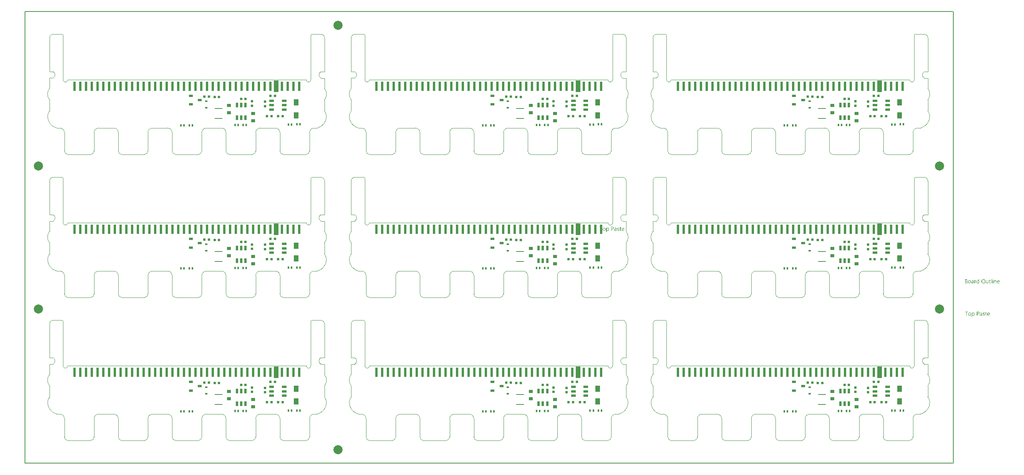
<source format=gtp>
G04*
G04 #@! TF.GenerationSoftware,Altium Limited,Altium Designer,21.9.2 (33)*
G04*
G04 Layer_Color=8421504*
%FSAX25Y25*%
%MOIN*%
G70*
G04*
G04 #@! TF.SameCoordinates,9AFEED1E-AE17-47F1-92C9-C8DABB606C96*
G04*
G04*
G04 #@! TF.FilePolarity,Positive*
G04*
G01*
G75*
%ADD10C,0.07874*%
%ADD11R,0.04331X0.05315*%
%ADD13R,0.02362X0.03937*%
%ADD14R,0.03937X0.02362*%
%ADD15R,0.03937X0.09843*%
%ADD18R,0.01968X0.02165*%
%ADD19R,0.01968X0.02165*%
%ADD20R,0.03543X0.02362*%
%ADD22R,0.02165X0.01968*%
%ADD24R,0.03543X0.03150*%
%ADD36C,0.00787*%
%ADD37C,0.00394*%
%ADD49R,0.01280X0.02461*%
%ADD50R,0.01937X0.07843*%
%ADD51R,0.02362X0.01575*%
%ADD52R,0.06661X0.01150*%
G36*
X0486283Y0185013D02*
X0486326Y0185007D01*
X0486369Y0185001D01*
X0486481Y0184976D01*
X0486605Y0184939D01*
X0486728Y0184877D01*
X0486790Y0184840D01*
X0486852Y0184790D01*
X0486908Y0184741D01*
X0486964Y0184679D01*
X0486970Y0184673D01*
X0486976Y0184667D01*
X0486988Y0184642D01*
X0487007Y0184617D01*
X0487026Y0184586D01*
X0487050Y0184543D01*
X0487075Y0184493D01*
X0487100Y0184444D01*
X0487125Y0184382D01*
X0487149Y0184314D01*
X0487174Y0184239D01*
X0487193Y0184159D01*
X0487224Y0183979D01*
X0487236Y0183880D01*
Y0183775D01*
Y0183769D01*
Y0183750D01*
Y0183713D01*
X0487230Y0183670D01*
Y0183621D01*
X0487218Y0183559D01*
X0487211Y0183491D01*
X0487199Y0183416D01*
X0487162Y0183255D01*
X0487106Y0183088D01*
X0487069Y0183008D01*
X0487032Y0182927D01*
X0486982Y0182847D01*
X0486927Y0182773D01*
X0486920Y0182766D01*
X0486914Y0182754D01*
X0486896Y0182735D01*
X0486871Y0182717D01*
X0486840Y0182686D01*
X0486803Y0182655D01*
X0486759Y0182618D01*
X0486710Y0182587D01*
X0486654Y0182550D01*
X0486592Y0182512D01*
X0486444Y0182457D01*
X0486363Y0182432D01*
X0486283Y0182413D01*
X0486190Y0182401D01*
X0486091Y0182395D01*
X0486041D01*
X0486010Y0182401D01*
X0485967Y0182407D01*
X0485924Y0182420D01*
X0485812Y0182444D01*
X0485695Y0182494D01*
X0485627Y0182531D01*
X0485565Y0182568D01*
X0485503Y0182618D01*
X0485447Y0182673D01*
X0485385Y0182735D01*
X0485336Y0182810D01*
X0485323D01*
Y0181299D01*
X0484921D01*
Y0184964D01*
X0485323D01*
Y0184518D01*
X0485336D01*
X0485342Y0184524D01*
X0485348Y0184543D01*
X0485367Y0184568D01*
X0485391Y0184599D01*
X0485422Y0184636D01*
X0485460Y0184679D01*
X0485503Y0184722D01*
X0485559Y0184772D01*
X0485614Y0184815D01*
X0485676Y0184859D01*
X0485750Y0184902D01*
X0485825Y0184939D01*
X0485911Y0184976D01*
X0486004Y0185001D01*
X0486097Y0185013D01*
X0486202Y0185019D01*
X0486252D01*
X0486283Y0185013D01*
D02*
G37*
G36*
X0495555D02*
X0495636Y0185007D01*
X0495722Y0184995D01*
X0495822Y0184970D01*
X0495921Y0184945D01*
X0496020Y0184908D01*
Y0184500D01*
X0496007Y0184506D01*
X0495970Y0184530D01*
X0495914Y0184555D01*
X0495840Y0184592D01*
X0495747Y0184623D01*
X0495636Y0184654D01*
X0495512Y0184673D01*
X0495382Y0184679D01*
X0495314D01*
X0495252Y0184667D01*
X0495178Y0184654D01*
X0495172D01*
X0495165Y0184648D01*
X0495128Y0184636D01*
X0495079Y0184611D01*
X0495023Y0184580D01*
X0495011Y0184574D01*
X0494986Y0184549D01*
X0494955Y0184512D01*
X0494924Y0184468D01*
X0494918Y0184456D01*
X0494905Y0184425D01*
X0494893Y0184382D01*
X0494887Y0184326D01*
Y0184320D01*
Y0184308D01*
Y0184289D01*
X0494893Y0184270D01*
X0494905Y0184215D01*
X0494924Y0184159D01*
X0494930Y0184147D01*
X0494949Y0184122D01*
X0494986Y0184085D01*
X0495029Y0184041D01*
X0495035D01*
X0495042Y0184035D01*
X0495079Y0184011D01*
X0495128Y0183979D01*
X0495196Y0183949D01*
X0495203D01*
X0495215Y0183942D01*
X0495233Y0183936D01*
X0495264Y0183924D01*
X0495332Y0183899D01*
X0495419Y0183862D01*
X0495425D01*
X0495450Y0183850D01*
X0495481Y0183837D01*
X0495518Y0183825D01*
X0495617Y0183781D01*
X0495716Y0183732D01*
X0495722D01*
X0495741Y0183720D01*
X0495766Y0183707D01*
X0495797Y0183689D01*
X0495871Y0183639D01*
X0495945Y0183577D01*
X0495952Y0183571D01*
X0495964Y0183565D01*
X0495976Y0183546D01*
X0496001Y0183521D01*
X0496044Y0183459D01*
X0496088Y0183379D01*
Y0183373D01*
X0496094Y0183361D01*
X0496106Y0183336D01*
X0496112Y0183305D01*
X0496125Y0183268D01*
X0496131Y0183224D01*
X0496137Y0183119D01*
Y0183113D01*
Y0183088D01*
X0496131Y0183051D01*
X0496125Y0183008D01*
X0496119Y0182958D01*
X0496100Y0182902D01*
X0496081Y0182853D01*
X0496051Y0182797D01*
X0496044Y0182791D01*
X0496038Y0182773D01*
X0496020Y0182748D01*
X0495995Y0182717D01*
X0495964Y0182680D01*
X0495927Y0182642D01*
X0495834Y0182568D01*
X0495828Y0182562D01*
X0495809Y0182556D01*
X0495784Y0182537D01*
X0495741Y0182519D01*
X0495698Y0182494D01*
X0495642Y0182475D01*
X0495586Y0182457D01*
X0495518Y0182438D01*
X0495512D01*
X0495487Y0182432D01*
X0495450Y0182426D01*
X0495407Y0182420D01*
X0495345Y0182407D01*
X0495283Y0182401D01*
X0495141Y0182395D01*
X0495079D01*
X0495005Y0182401D01*
X0494912Y0182413D01*
X0494806Y0182432D01*
X0494695Y0182457D01*
X0494584Y0182488D01*
X0494472Y0182537D01*
Y0182970D01*
X0494478D01*
X0494485Y0182958D01*
X0494503Y0182946D01*
X0494528Y0182933D01*
X0494596Y0182896D01*
X0494689Y0182853D01*
X0494794Y0182803D01*
X0494918Y0182766D01*
X0495054Y0182741D01*
X0495196Y0182729D01*
X0495246D01*
X0495277Y0182735D01*
X0495364Y0182748D01*
X0495463Y0182773D01*
X0495555Y0182816D01*
X0495599Y0182847D01*
X0495642Y0182878D01*
X0495673Y0182921D01*
X0495698Y0182964D01*
X0495716Y0183020D01*
X0495722Y0183082D01*
Y0183088D01*
Y0183100D01*
Y0183119D01*
X0495716Y0183138D01*
X0495704Y0183193D01*
X0495679Y0183249D01*
Y0183255D01*
X0495673Y0183262D01*
X0495648Y0183292D01*
X0495611Y0183336D01*
X0495555Y0183373D01*
X0495549D01*
X0495543Y0183385D01*
X0495506Y0183404D01*
X0495450Y0183441D01*
X0495376Y0183472D01*
X0495370D01*
X0495357Y0183478D01*
X0495339Y0183491D01*
X0495308Y0183503D01*
X0495240Y0183528D01*
X0495153Y0183565D01*
X0495147D01*
X0495122Y0183577D01*
X0495091Y0183589D01*
X0495054Y0183602D01*
X0494955Y0183645D01*
X0494856Y0183695D01*
X0494850Y0183701D01*
X0494837Y0183707D01*
X0494813Y0183720D01*
X0494782Y0183738D01*
X0494714Y0183788D01*
X0494646Y0183843D01*
X0494639Y0183850D01*
X0494633Y0183856D01*
X0494615Y0183874D01*
X0494596Y0183899D01*
X0494553Y0183961D01*
X0494516Y0184035D01*
Y0184041D01*
X0494509Y0184054D01*
X0494503Y0184079D01*
X0494497Y0184109D01*
X0494491Y0184147D01*
X0494485Y0184190D01*
X0494478Y0184295D01*
Y0184301D01*
Y0184326D01*
X0494485Y0184357D01*
X0494491Y0184400D01*
X0494497Y0184450D01*
X0494516Y0184500D01*
X0494534Y0184555D01*
X0494559Y0184605D01*
X0494565Y0184611D01*
X0494571Y0184629D01*
X0494590Y0184654D01*
X0494615Y0184685D01*
X0494683Y0184759D01*
X0494769Y0184834D01*
X0494775Y0184840D01*
X0494794Y0184846D01*
X0494819Y0184865D01*
X0494862Y0184883D01*
X0494905Y0184908D01*
X0494955Y0184933D01*
X0495079Y0184970D01*
X0495085D01*
X0495110Y0184976D01*
X0495141Y0184988D01*
X0495190Y0184995D01*
X0495240Y0185007D01*
X0495302Y0185013D01*
X0495438Y0185019D01*
X0495494D01*
X0495555Y0185013D01*
D02*
G37*
G36*
X0493061D02*
X0493117Y0185007D01*
X0493185Y0184988D01*
X0493259Y0184970D01*
X0493339Y0184939D01*
X0493426Y0184902D01*
X0493506Y0184852D01*
X0493587Y0184790D01*
X0493661Y0184716D01*
X0493729Y0184623D01*
X0493785Y0184518D01*
X0493828Y0184394D01*
X0493853Y0184252D01*
X0493865Y0184085D01*
Y0182451D01*
X0493463D01*
Y0182841D01*
X0493451D01*
Y0182834D01*
X0493438Y0182822D01*
X0493426Y0182797D01*
X0493401Y0182773D01*
X0493339Y0182698D01*
X0493259Y0182618D01*
X0493148Y0182537D01*
X0493017Y0182463D01*
X0492937Y0182438D01*
X0492857Y0182413D01*
X0492770Y0182401D01*
X0492677Y0182395D01*
X0492640D01*
X0492615Y0182401D01*
X0492547Y0182407D01*
X0492467Y0182420D01*
X0492368Y0182444D01*
X0492275Y0182475D01*
X0492176Y0182525D01*
X0492089Y0182587D01*
X0492083Y0182599D01*
X0492058Y0182624D01*
X0492021Y0182667D01*
X0491984Y0182729D01*
X0491947Y0182803D01*
X0491910Y0182890D01*
X0491885Y0182995D01*
X0491879Y0183113D01*
Y0183119D01*
Y0183144D01*
X0491885Y0183181D01*
X0491891Y0183224D01*
X0491903Y0183280D01*
X0491922Y0183342D01*
X0491947Y0183410D01*
X0491984Y0183478D01*
X0492027Y0183552D01*
X0492083Y0183627D01*
X0492151Y0183695D01*
X0492231Y0183757D01*
X0492324Y0183819D01*
X0492436Y0183868D01*
X0492559Y0183905D01*
X0492708Y0183936D01*
X0493463Y0184041D01*
Y0184048D01*
Y0184066D01*
X0493457Y0184103D01*
Y0184141D01*
X0493445Y0184190D01*
X0493438Y0184246D01*
X0493401Y0184363D01*
X0493370Y0184419D01*
X0493339Y0184475D01*
X0493296Y0184530D01*
X0493247Y0184580D01*
X0493185Y0184623D01*
X0493117Y0184654D01*
X0493036Y0184673D01*
X0492943Y0184679D01*
X0492900D01*
X0492869Y0184673D01*
X0492826D01*
X0492782Y0184660D01*
X0492671Y0184642D01*
X0492547Y0184605D01*
X0492411Y0184549D01*
X0492337Y0184512D01*
X0492269Y0184475D01*
X0492194Y0184425D01*
X0492126Y0184370D01*
Y0184784D01*
X0492132D01*
X0492145Y0184797D01*
X0492163Y0184809D01*
X0492194Y0184821D01*
X0492225Y0184840D01*
X0492269Y0184859D01*
X0492318Y0184877D01*
X0492374Y0184902D01*
X0492497Y0184945D01*
X0492646Y0184982D01*
X0492807Y0185007D01*
X0492980Y0185019D01*
X0493017D01*
X0493061Y0185013D01*
D02*
G37*
G36*
X0490362Y0185960D02*
X0490412D01*
X0490461Y0185954D01*
X0490591Y0185929D01*
X0490727Y0185898D01*
X0490876Y0185849D01*
X0491018Y0185781D01*
X0491080Y0185738D01*
X0491142Y0185688D01*
X0491148D01*
X0491154Y0185676D01*
X0491173Y0185657D01*
X0491191Y0185638D01*
X0491241Y0185576D01*
X0491303Y0185490D01*
X0491359Y0185378D01*
X0491408Y0185248D01*
X0491445Y0185094D01*
X0491451Y0185007D01*
X0491458Y0184914D01*
Y0184908D01*
Y0184889D01*
Y0184865D01*
X0491451Y0184834D01*
X0491445Y0184790D01*
X0491439Y0184741D01*
X0491414Y0184623D01*
X0491371Y0184493D01*
X0491309Y0184357D01*
X0491272Y0184289D01*
X0491229Y0184221D01*
X0491173Y0184153D01*
X0491111Y0184091D01*
X0491105Y0184085D01*
X0491092Y0184079D01*
X0491074Y0184060D01*
X0491049Y0184041D01*
X0491012Y0184017D01*
X0490969Y0183992D01*
X0490919Y0183961D01*
X0490863Y0183936D01*
X0490801Y0183905D01*
X0490733Y0183874D01*
X0490653Y0183850D01*
X0490572Y0183825D01*
X0490387Y0183788D01*
X0490288Y0183781D01*
X0490182Y0183775D01*
X0489718D01*
Y0182451D01*
X0489303D01*
Y0185967D01*
X0490325D01*
X0490362Y0185960D01*
D02*
G37*
G36*
X0481479Y0185595D02*
X0480464D01*
Y0182451D01*
X0480056D01*
Y0185595D01*
X0479040D01*
Y0185967D01*
X0481479D01*
Y0185595D01*
D02*
G37*
G36*
X0497289Y0184964D02*
X0497926D01*
Y0184617D01*
X0497289D01*
Y0183200D01*
Y0183187D01*
Y0183156D01*
X0497295Y0183113D01*
X0497301Y0183057D01*
X0497326Y0182940D01*
X0497344Y0182884D01*
X0497375Y0182841D01*
X0497381Y0182834D01*
X0497394Y0182822D01*
X0497412Y0182810D01*
X0497443Y0182791D01*
X0497480Y0182766D01*
X0497530Y0182754D01*
X0497592Y0182741D01*
X0497660Y0182735D01*
X0497685D01*
X0497716Y0182741D01*
X0497753Y0182748D01*
X0497839Y0182773D01*
X0497883Y0182791D01*
X0497926Y0182816D01*
Y0182469D01*
X0497920D01*
X0497901Y0182457D01*
X0497870Y0182451D01*
X0497827Y0182438D01*
X0497771Y0182426D01*
X0497710Y0182413D01*
X0497635Y0182407D01*
X0497549Y0182401D01*
X0497518D01*
X0497487Y0182407D01*
X0497443Y0182413D01*
X0497394Y0182426D01*
X0497338Y0182438D01*
X0497282Y0182463D01*
X0497221Y0182494D01*
X0497159Y0182531D01*
X0497097Y0182581D01*
X0497041Y0182636D01*
X0496991Y0182711D01*
X0496948Y0182791D01*
X0496917Y0182890D01*
X0496892Y0183001D01*
X0496886Y0183132D01*
Y0184617D01*
X0496459D01*
Y0184964D01*
X0496886D01*
Y0185576D01*
X0497289Y0185706D01*
Y0184964D01*
D02*
G37*
G36*
X0499529Y0185013D02*
X0499573Y0185007D01*
X0499616Y0185001D01*
X0499727Y0184982D01*
X0499851Y0184939D01*
X0499975Y0184883D01*
X0500037Y0184846D01*
X0500099Y0184803D01*
X0500155Y0184753D01*
X0500210Y0184698D01*
X0500216Y0184691D01*
X0500223Y0184685D01*
X0500235Y0184667D01*
X0500254Y0184642D01*
X0500272Y0184605D01*
X0500297Y0184568D01*
X0500322Y0184524D01*
X0500347Y0184468D01*
X0500371Y0184407D01*
X0500396Y0184345D01*
X0500421Y0184270D01*
X0500439Y0184190D01*
X0500458Y0184103D01*
X0500470Y0184017D01*
X0500483Y0183918D01*
Y0183812D01*
Y0183602D01*
X0498706D01*
Y0183596D01*
Y0183583D01*
Y0183565D01*
X0498712Y0183534D01*
X0498719Y0183497D01*
Y0183459D01*
X0498737Y0183361D01*
X0498768Y0183262D01*
X0498805Y0183150D01*
X0498861Y0183045D01*
X0498929Y0182952D01*
X0498941Y0182940D01*
X0498966Y0182915D01*
X0499016Y0182884D01*
X0499084Y0182841D01*
X0499170Y0182797D01*
X0499269Y0182766D01*
X0499387Y0182741D01*
X0499523Y0182729D01*
X0499567D01*
X0499598Y0182735D01*
X0499635D01*
X0499678Y0182741D01*
X0499783Y0182766D01*
X0499901Y0182797D01*
X0500031Y0182847D01*
X0500167Y0182915D01*
X0500235Y0182958D01*
X0500303Y0183008D01*
Y0182630D01*
X0500297D01*
X0500291Y0182618D01*
X0500272Y0182612D01*
X0500241Y0182593D01*
X0500210Y0182574D01*
X0500173Y0182556D01*
X0500124Y0182537D01*
X0500074Y0182512D01*
X0500012Y0182488D01*
X0499944Y0182469D01*
X0499795Y0182432D01*
X0499622Y0182407D01*
X0499430Y0182395D01*
X0499381D01*
X0499344Y0182401D01*
X0499300Y0182407D01*
X0499245Y0182413D01*
X0499127Y0182438D01*
X0498991Y0182475D01*
X0498855Y0182537D01*
X0498787Y0182581D01*
X0498719Y0182624D01*
X0498657Y0182673D01*
X0498595Y0182735D01*
X0498589Y0182741D01*
X0498582Y0182754D01*
X0498570Y0182773D01*
X0498545Y0182797D01*
X0498527Y0182834D01*
X0498502Y0182878D01*
X0498471Y0182927D01*
X0498446Y0182983D01*
X0498415Y0183045D01*
X0498390Y0183119D01*
X0498359Y0183200D01*
X0498341Y0183286D01*
X0498322Y0183379D01*
X0498304Y0183478D01*
X0498298Y0183583D01*
X0498291Y0183695D01*
Y0183701D01*
Y0183720D01*
Y0183750D01*
X0498298Y0183794D01*
X0498304Y0183843D01*
X0498310Y0183899D01*
X0498316Y0183967D01*
X0498335Y0184035D01*
X0498372Y0184184D01*
X0498427Y0184345D01*
X0498465Y0184425D01*
X0498514Y0184500D01*
X0498564Y0184580D01*
X0498619Y0184648D01*
X0498626Y0184654D01*
X0498638Y0184667D01*
X0498657Y0184685D01*
X0498681Y0184704D01*
X0498712Y0184735D01*
X0498749Y0184766D01*
X0498799Y0184797D01*
X0498848Y0184834D01*
X0498966Y0184902D01*
X0499108Y0184964D01*
X0499189Y0184982D01*
X0499269Y0185001D01*
X0499356Y0185013D01*
X0499449Y0185019D01*
X0499498D01*
X0499529Y0185013D01*
D02*
G37*
G36*
X0483182D02*
X0483225Y0185007D01*
X0483281Y0185001D01*
X0483404Y0184976D01*
X0483547Y0184933D01*
X0483689Y0184871D01*
X0483763Y0184834D01*
X0483832Y0184790D01*
X0483900Y0184735D01*
X0483961Y0184673D01*
X0483968Y0184667D01*
X0483974Y0184654D01*
X0483992Y0184636D01*
X0484011Y0184611D01*
X0484036Y0184574D01*
X0484061Y0184530D01*
X0484092Y0184481D01*
X0484123Y0184425D01*
X0484147Y0184357D01*
X0484178Y0184289D01*
X0484203Y0184209D01*
X0484228Y0184122D01*
X0484246Y0184029D01*
X0484265Y0183930D01*
X0484271Y0183825D01*
X0484277Y0183713D01*
Y0183707D01*
Y0183689D01*
Y0183658D01*
X0484271Y0183614D01*
X0484265Y0183565D01*
X0484259Y0183503D01*
X0484246Y0183441D01*
X0484234Y0183367D01*
X0484197Y0183218D01*
X0484135Y0183057D01*
X0484098Y0182977D01*
X0484048Y0182896D01*
X0483999Y0182822D01*
X0483937Y0182754D01*
X0483931Y0182748D01*
X0483918Y0182741D01*
X0483900Y0182723D01*
X0483875Y0182698D01*
X0483838Y0182673D01*
X0483801Y0182642D01*
X0483751Y0182605D01*
X0483695Y0182574D01*
X0483633Y0182543D01*
X0483565Y0182506D01*
X0483491Y0182475D01*
X0483411Y0182451D01*
X0483324Y0182426D01*
X0483231Y0182413D01*
X0483132Y0182401D01*
X0483027Y0182395D01*
X0482971D01*
X0482934Y0182401D01*
X0482891Y0182407D01*
X0482835Y0182413D01*
X0482773Y0182426D01*
X0482705Y0182438D01*
X0482563Y0182482D01*
X0482414Y0182543D01*
X0482340Y0182581D01*
X0482272Y0182630D01*
X0482204Y0182680D01*
X0482135Y0182741D01*
X0482129Y0182748D01*
X0482123Y0182760D01*
X0482104Y0182779D01*
X0482086Y0182803D01*
X0482061Y0182841D01*
X0482030Y0182884D01*
X0481999Y0182933D01*
X0481975Y0182989D01*
X0481944Y0183057D01*
X0481913Y0183125D01*
X0481882Y0183200D01*
X0481857Y0183286D01*
X0481820Y0183472D01*
X0481814Y0183571D01*
X0481807Y0183676D01*
Y0183682D01*
Y0183707D01*
Y0183738D01*
X0481814Y0183781D01*
X0481820Y0183831D01*
X0481826Y0183893D01*
X0481838Y0183961D01*
X0481851Y0184035D01*
X0481888Y0184196D01*
X0481950Y0184357D01*
X0481993Y0184438D01*
X0482036Y0184518D01*
X0482086Y0184592D01*
X0482148Y0184660D01*
X0482154Y0184667D01*
X0482166Y0184679D01*
X0482185Y0184691D01*
X0482210Y0184716D01*
X0482247Y0184741D01*
X0482290Y0184772D01*
X0482340Y0184809D01*
X0482395Y0184840D01*
X0482457Y0184871D01*
X0482532Y0184908D01*
X0482606Y0184939D01*
X0482693Y0184964D01*
X0482779Y0184988D01*
X0482878Y0185007D01*
X0482983Y0185013D01*
X0483089Y0185019D01*
X0483144D01*
X0483182Y0185013D01*
D02*
G37*
G36*
X0820469Y0140433D02*
X0820494D01*
X0820549Y0140408D01*
X0820580Y0140390D01*
X0820611Y0140365D01*
X0820617Y0140358D01*
X0820624Y0140352D01*
X0820655Y0140315D01*
X0820679Y0140253D01*
X0820686Y0140216D01*
X0820692Y0140179D01*
Y0140173D01*
Y0140160D01*
X0820686Y0140142D01*
X0820679Y0140117D01*
X0820661Y0140055D01*
X0820636Y0140024D01*
X0820611Y0139993D01*
X0820605D01*
X0820599Y0139981D01*
X0820562Y0139956D01*
X0820506Y0139931D01*
X0820469Y0139925D01*
X0820432Y0139919D01*
X0820413D01*
X0820395Y0139925D01*
X0820370D01*
X0820308Y0139950D01*
X0820277Y0139962D01*
X0820246Y0139987D01*
Y0139993D01*
X0820234Y0139999D01*
X0820221Y0140018D01*
X0820209Y0140037D01*
X0820184Y0140099D01*
X0820178Y0140136D01*
X0820172Y0140179D01*
Y0140185D01*
Y0140198D01*
X0820178Y0140216D01*
X0820184Y0140247D01*
X0820203Y0140303D01*
X0820221Y0140334D01*
X0820246Y0140365D01*
X0820252Y0140371D01*
X0820259Y0140377D01*
X0820296Y0140402D01*
X0820358Y0140427D01*
X0820395Y0140439D01*
X0820450D01*
X0820469Y0140433D01*
D02*
G37*
G36*
X0808479Y0136768D02*
X0808077D01*
Y0137189D01*
X0808064D01*
Y0137183D01*
X0808052Y0137171D01*
X0808033Y0137146D01*
X0808015Y0137115D01*
X0807984Y0137078D01*
X0807947Y0137041D01*
X0807903Y0136997D01*
X0807854Y0136954D01*
X0807798Y0136905D01*
X0807730Y0136861D01*
X0807662Y0136824D01*
X0807581Y0136787D01*
X0807501Y0136756D01*
X0807408Y0136731D01*
X0807309Y0136719D01*
X0807204Y0136713D01*
X0807160D01*
X0807123Y0136719D01*
X0807086Y0136725D01*
X0807037Y0136731D01*
X0806931Y0136756D01*
X0806808Y0136793D01*
X0806684Y0136855D01*
X0806616Y0136892D01*
X0806560Y0136935D01*
X0806498Y0136991D01*
X0806442Y0137047D01*
Y0137053D01*
X0806430Y0137065D01*
X0806418Y0137084D01*
X0806399Y0137109D01*
X0806380Y0137140D01*
X0806356Y0137183D01*
X0806331Y0137233D01*
X0806306Y0137288D01*
X0806275Y0137350D01*
X0806250Y0137418D01*
X0806226Y0137493D01*
X0806207Y0137573D01*
X0806189Y0137660D01*
X0806176Y0137759D01*
X0806170Y0137858D01*
X0806164Y0137963D01*
Y0137969D01*
Y0137988D01*
Y0138025D01*
X0806170Y0138068D01*
X0806176Y0138118D01*
X0806182Y0138180D01*
X0806189Y0138248D01*
X0806201Y0138322D01*
X0806238Y0138483D01*
X0806294Y0138650D01*
X0806331Y0138731D01*
X0806374Y0138811D01*
X0806418Y0138885D01*
X0806473Y0138960D01*
X0806479Y0138966D01*
X0806486Y0138978D01*
X0806504Y0138997D01*
X0806529Y0139022D01*
X0806560Y0139046D01*
X0806603Y0139077D01*
X0806647Y0139114D01*
X0806696Y0139152D01*
X0806820Y0139220D01*
X0806962Y0139281D01*
X0807043Y0139300D01*
X0807129Y0139319D01*
X0807216Y0139331D01*
X0807315Y0139337D01*
X0807365D01*
X0807402Y0139331D01*
X0807439Y0139325D01*
X0807489Y0139319D01*
X0807600Y0139288D01*
X0807724Y0139238D01*
X0807786Y0139207D01*
X0807847Y0139164D01*
X0807909Y0139120D01*
X0807965Y0139065D01*
X0808015Y0139003D01*
X0808064Y0138929D01*
X0808077D01*
Y0140489D01*
X0808479D01*
Y0136768D01*
D02*
G37*
G36*
X0822747Y0139331D02*
X0822821Y0139325D01*
X0822914Y0139306D01*
X0823013Y0139275D01*
X0823118Y0139226D01*
X0823223Y0139158D01*
X0823267Y0139120D01*
X0823310Y0139071D01*
X0823322Y0139059D01*
X0823347Y0139022D01*
X0823378Y0138960D01*
X0823422Y0138873D01*
X0823459Y0138768D01*
X0823496Y0138638D01*
X0823521Y0138483D01*
X0823527Y0138303D01*
Y0136768D01*
X0823124D01*
Y0138198D01*
Y0138204D01*
Y0138235D01*
X0823118Y0138273D01*
Y0138322D01*
X0823106Y0138384D01*
X0823094Y0138452D01*
X0823075Y0138526D01*
X0823050Y0138601D01*
X0823019Y0138675D01*
X0822982Y0138743D01*
X0822933Y0138811D01*
X0822877Y0138873D01*
X0822815Y0138923D01*
X0822735Y0138960D01*
X0822648Y0138990D01*
X0822543Y0138997D01*
X0822530D01*
X0822493Y0138990D01*
X0822437Y0138984D01*
X0822369Y0138966D01*
X0822289Y0138941D01*
X0822202Y0138898D01*
X0822122Y0138842D01*
X0822041Y0138768D01*
X0822035Y0138755D01*
X0822010Y0138731D01*
X0821979Y0138681D01*
X0821942Y0138613D01*
X0821905Y0138532D01*
X0821874Y0138433D01*
X0821849Y0138322D01*
X0821843Y0138198D01*
Y0136768D01*
X0821441D01*
Y0139281D01*
X0821843D01*
Y0138860D01*
X0821856D01*
X0821862Y0138867D01*
X0821868Y0138879D01*
X0821886Y0138904D01*
X0821911Y0138935D01*
X0821936Y0138972D01*
X0821973Y0139009D01*
X0822016Y0139052D01*
X0822066Y0139102D01*
X0822122Y0139145D01*
X0822184Y0139189D01*
X0822252Y0139226D01*
X0822326Y0139263D01*
X0822400Y0139294D01*
X0822487Y0139319D01*
X0822580Y0139331D01*
X0822679Y0139337D01*
X0822716D01*
X0822747Y0139331D01*
D02*
G37*
G36*
X0805749Y0139319D02*
X0805823Y0139312D01*
X0805867Y0139300D01*
X0805898Y0139288D01*
Y0138873D01*
X0805892Y0138879D01*
X0805879Y0138885D01*
X0805854Y0138898D01*
X0805823Y0138916D01*
X0805780Y0138929D01*
X0805724Y0138941D01*
X0805662Y0138947D01*
X0805594Y0138953D01*
X0805582D01*
X0805551Y0138947D01*
X0805501Y0138941D01*
X0805446Y0138923D01*
X0805371Y0138891D01*
X0805303Y0138848D01*
X0805229Y0138786D01*
X0805161Y0138706D01*
X0805155Y0138693D01*
X0805136Y0138663D01*
X0805105Y0138607D01*
X0805074Y0138532D01*
X0805044Y0138440D01*
X0805013Y0138322D01*
X0804994Y0138192D01*
X0804988Y0138043D01*
Y0136768D01*
X0804585D01*
Y0139281D01*
X0804988D01*
Y0138761D01*
X0805000D01*
Y0138768D01*
X0805006Y0138774D01*
X0805019Y0138805D01*
X0805037Y0138854D01*
X0805068Y0138916D01*
X0805099Y0138978D01*
X0805149Y0139046D01*
X0805198Y0139114D01*
X0805260Y0139176D01*
X0805266Y0139182D01*
X0805291Y0139201D01*
X0805328Y0139226D01*
X0805378Y0139251D01*
X0805433Y0139275D01*
X0805501Y0139300D01*
X0805576Y0139319D01*
X0805656Y0139325D01*
X0805712D01*
X0805749Y0139319D01*
D02*
G37*
G36*
X0816489Y0136768D02*
X0816086D01*
Y0137164D01*
X0816074D01*
Y0137158D01*
X0816062Y0137146D01*
X0816049Y0137121D01*
X0816024Y0137096D01*
X0815969Y0137022D01*
X0815882Y0136942D01*
X0815833Y0136898D01*
X0815777Y0136855D01*
X0815715Y0136818D01*
X0815641Y0136781D01*
X0815566Y0136756D01*
X0815486Y0136731D01*
X0815393Y0136719D01*
X0815300Y0136713D01*
X0815263D01*
X0815220Y0136719D01*
X0815158Y0136731D01*
X0815090Y0136744D01*
X0815016Y0136768D01*
X0814935Y0136799D01*
X0814855Y0136849D01*
X0814768Y0136905D01*
X0814688Y0136973D01*
X0814613Y0137059D01*
X0814545Y0137164D01*
X0814483Y0137282D01*
X0814440Y0137425D01*
X0814415Y0137592D01*
X0814403Y0137678D01*
Y0137777D01*
Y0139281D01*
X0814799D01*
Y0137839D01*
Y0137833D01*
Y0137808D01*
X0814805Y0137765D01*
X0814811Y0137715D01*
X0814818Y0137654D01*
X0814830Y0137592D01*
X0814848Y0137517D01*
X0814873Y0137443D01*
X0814910Y0137369D01*
X0814948Y0137301D01*
X0814997Y0137233D01*
X0815059Y0137171D01*
X0815127Y0137121D01*
X0815207Y0137084D01*
X0815306Y0137053D01*
X0815412Y0137047D01*
X0815424D01*
X0815461Y0137053D01*
X0815517Y0137059D01*
X0815579Y0137072D01*
X0815659Y0137103D01*
X0815740Y0137140D01*
X0815820Y0137189D01*
X0815895Y0137264D01*
X0815901Y0137276D01*
X0815926Y0137301D01*
X0815956Y0137350D01*
X0815994Y0137418D01*
X0816024Y0137499D01*
X0816055Y0137598D01*
X0816080Y0137709D01*
X0816086Y0137833D01*
Y0139281D01*
X0816489D01*
Y0136768D01*
D02*
G37*
G36*
X0820624D02*
X0820221D01*
Y0139281D01*
X0820624D01*
Y0136768D01*
D02*
G37*
G36*
X0819404D02*
X0819002D01*
Y0140489D01*
X0819404D01*
Y0136768D01*
D02*
G37*
G36*
X0803026Y0139331D02*
X0803081Y0139325D01*
X0803149Y0139306D01*
X0803224Y0139288D01*
X0803304Y0139257D01*
X0803391Y0139220D01*
X0803471Y0139170D01*
X0803552Y0139108D01*
X0803626Y0139034D01*
X0803694Y0138941D01*
X0803750Y0138836D01*
X0803793Y0138712D01*
X0803818Y0138570D01*
X0803830Y0138402D01*
Y0136768D01*
X0803428D01*
Y0137158D01*
X0803415D01*
Y0137152D01*
X0803403Y0137140D01*
X0803391Y0137115D01*
X0803366Y0137090D01*
X0803304Y0137016D01*
X0803224Y0136935D01*
X0803112Y0136855D01*
X0802982Y0136781D01*
X0802902Y0136756D01*
X0802821Y0136731D01*
X0802735Y0136719D01*
X0802642Y0136713D01*
X0802605D01*
X0802580Y0136719D01*
X0802512Y0136725D01*
X0802431Y0136737D01*
X0802332Y0136762D01*
X0802239Y0136793D01*
X0802140Y0136843D01*
X0802054Y0136905D01*
X0802048Y0136917D01*
X0802023Y0136942D01*
X0801986Y0136985D01*
X0801948Y0137047D01*
X0801911Y0137121D01*
X0801874Y0137208D01*
X0801849Y0137313D01*
X0801843Y0137431D01*
Y0137437D01*
Y0137462D01*
X0801849Y0137499D01*
X0801856Y0137542D01*
X0801868Y0137598D01*
X0801886Y0137660D01*
X0801911Y0137728D01*
X0801948Y0137796D01*
X0801992Y0137870D01*
X0802048Y0137944D01*
X0802116Y0138013D01*
X0802196Y0138074D01*
X0802289Y0138136D01*
X0802400Y0138186D01*
X0802524Y0138223D01*
X0802673Y0138254D01*
X0803428Y0138359D01*
Y0138365D01*
Y0138384D01*
X0803422Y0138421D01*
Y0138458D01*
X0803409Y0138508D01*
X0803403Y0138563D01*
X0803366Y0138681D01*
X0803335Y0138737D01*
X0803304Y0138793D01*
X0803261Y0138848D01*
X0803211Y0138898D01*
X0803149Y0138941D01*
X0803081Y0138972D01*
X0803001Y0138990D01*
X0802908Y0138997D01*
X0802865D01*
X0802834Y0138990D01*
X0802790D01*
X0802747Y0138978D01*
X0802635Y0138960D01*
X0802512Y0138923D01*
X0802376Y0138867D01*
X0802301Y0138830D01*
X0802233Y0138793D01*
X0802159Y0138743D01*
X0802091Y0138687D01*
Y0139102D01*
X0802097D01*
X0802109Y0139114D01*
X0802128Y0139127D01*
X0802159Y0139139D01*
X0802190Y0139158D01*
X0802233Y0139176D01*
X0802283Y0139195D01*
X0802338Y0139220D01*
X0802462Y0139263D01*
X0802611Y0139300D01*
X0802772Y0139325D01*
X0802945Y0139337D01*
X0802982D01*
X0803026Y0139331D01*
D02*
G37*
G36*
X0797337Y0140278D02*
X0797380D01*
X0797424Y0140272D01*
X0797523Y0140260D01*
X0797640Y0140228D01*
X0797764Y0140191D01*
X0797882Y0140136D01*
X0797987Y0140061D01*
X0797993D01*
X0797999Y0140049D01*
X0798030Y0140024D01*
X0798073Y0139975D01*
X0798123Y0139907D01*
X0798166Y0139820D01*
X0798210Y0139721D01*
X0798241Y0139610D01*
X0798253Y0139548D01*
Y0139479D01*
Y0139473D01*
Y0139467D01*
Y0139430D01*
X0798247Y0139374D01*
X0798235Y0139306D01*
X0798216Y0139220D01*
X0798185Y0139133D01*
X0798148Y0139046D01*
X0798092Y0138960D01*
X0798086Y0138947D01*
X0798061Y0138923D01*
X0798024Y0138885D01*
X0797974Y0138836D01*
X0797913Y0138786D01*
X0797838Y0138731D01*
X0797745Y0138687D01*
X0797646Y0138644D01*
Y0138638D01*
X0797665D01*
X0797683Y0138631D01*
X0797702Y0138625D01*
X0797770Y0138613D01*
X0797851Y0138588D01*
X0797937Y0138551D01*
X0798030Y0138508D01*
X0798123Y0138446D01*
X0798210Y0138365D01*
X0798222Y0138353D01*
X0798247Y0138322D01*
X0798278Y0138279D01*
X0798321Y0138211D01*
X0798358Y0138124D01*
X0798395Y0138025D01*
X0798420Y0137907D01*
X0798426Y0137777D01*
Y0137771D01*
Y0137759D01*
Y0137734D01*
X0798420Y0137703D01*
X0798414Y0137666D01*
X0798408Y0137623D01*
X0798383Y0137517D01*
X0798346Y0137400D01*
X0798290Y0137276D01*
X0798253Y0137220D01*
X0798210Y0137158D01*
X0798154Y0137103D01*
X0798098Y0137047D01*
X0798092D01*
X0798086Y0137034D01*
X0798067Y0137022D01*
X0798043Y0137004D01*
X0798012Y0136985D01*
X0797968Y0136960D01*
X0797875Y0136911D01*
X0797758Y0136855D01*
X0797622Y0136812D01*
X0797461Y0136781D01*
X0797380Y0136775D01*
X0797287Y0136768D01*
X0796260D01*
Y0140284D01*
X0797306D01*
X0797337Y0140278D01*
D02*
G37*
G36*
X0817832Y0139281D02*
X0818470D01*
Y0138935D01*
X0817832D01*
Y0137517D01*
Y0137505D01*
Y0137474D01*
X0817838Y0137431D01*
X0817844Y0137375D01*
X0817869Y0137257D01*
X0817888Y0137202D01*
X0817919Y0137158D01*
X0817925Y0137152D01*
X0817937Y0137140D01*
X0817956Y0137127D01*
X0817987Y0137109D01*
X0818024Y0137084D01*
X0818073Y0137072D01*
X0818135Y0137059D01*
X0818203Y0137053D01*
X0818228D01*
X0818259Y0137059D01*
X0818296Y0137065D01*
X0818383Y0137090D01*
X0818426Y0137109D01*
X0818470Y0137134D01*
Y0136787D01*
X0818463D01*
X0818445Y0136775D01*
X0818414Y0136768D01*
X0818371Y0136756D01*
X0818315Y0136744D01*
X0818253Y0136731D01*
X0818179Y0136725D01*
X0818092Y0136719D01*
X0818061D01*
X0818030Y0136725D01*
X0817987Y0136731D01*
X0817937Y0136744D01*
X0817881Y0136756D01*
X0817826Y0136781D01*
X0817764Y0136812D01*
X0817702Y0136849D01*
X0817640Y0136898D01*
X0817584Y0136954D01*
X0817535Y0137028D01*
X0817492Y0137109D01*
X0817461Y0137208D01*
X0817436Y0137319D01*
X0817430Y0137449D01*
Y0138935D01*
X0817002D01*
Y0139281D01*
X0817430D01*
Y0139894D01*
X0817832Y0140024D01*
Y0139281D01*
D02*
G37*
G36*
X0825359Y0139331D02*
X0825402Y0139325D01*
X0825446Y0139319D01*
X0825557Y0139300D01*
X0825681Y0139257D01*
X0825805Y0139201D01*
X0825867Y0139164D01*
X0825928Y0139120D01*
X0825984Y0139071D01*
X0826040Y0139015D01*
X0826046Y0139009D01*
X0826052Y0139003D01*
X0826065Y0138984D01*
X0826083Y0138960D01*
X0826102Y0138923D01*
X0826127Y0138885D01*
X0826151Y0138842D01*
X0826176Y0138786D01*
X0826201Y0138724D01*
X0826226Y0138663D01*
X0826250Y0138588D01*
X0826269Y0138508D01*
X0826287Y0138421D01*
X0826300Y0138334D01*
X0826312Y0138235D01*
Y0138130D01*
Y0137920D01*
X0824536D01*
Y0137914D01*
Y0137901D01*
Y0137882D01*
X0824542Y0137852D01*
X0824548Y0137814D01*
Y0137777D01*
X0824567Y0137678D01*
X0824598Y0137579D01*
X0824635Y0137468D01*
X0824691Y0137363D01*
X0824759Y0137270D01*
X0824771Y0137257D01*
X0824796Y0137233D01*
X0824845Y0137202D01*
X0824913Y0137158D01*
X0825000Y0137115D01*
X0825099Y0137084D01*
X0825217Y0137059D01*
X0825353Y0137047D01*
X0825396D01*
X0825427Y0137053D01*
X0825464D01*
X0825508Y0137059D01*
X0825613Y0137084D01*
X0825730Y0137115D01*
X0825860Y0137164D01*
X0825997Y0137233D01*
X0826065Y0137276D01*
X0826133Y0137325D01*
Y0136948D01*
X0826127D01*
X0826120Y0136935D01*
X0826102Y0136929D01*
X0826071Y0136911D01*
X0826040Y0136892D01*
X0826003Y0136874D01*
X0825953Y0136855D01*
X0825904Y0136830D01*
X0825842Y0136805D01*
X0825774Y0136787D01*
X0825625Y0136750D01*
X0825452Y0136725D01*
X0825260Y0136713D01*
X0825210D01*
X0825173Y0136719D01*
X0825130Y0136725D01*
X0825074Y0136731D01*
X0824957Y0136756D01*
X0824821Y0136793D01*
X0824684Y0136855D01*
X0824616Y0136898D01*
X0824548Y0136942D01*
X0824486Y0136991D01*
X0824424Y0137053D01*
X0824418Y0137059D01*
X0824412Y0137072D01*
X0824400Y0137090D01*
X0824375Y0137115D01*
X0824356Y0137152D01*
X0824331Y0137195D01*
X0824300Y0137245D01*
X0824276Y0137301D01*
X0824245Y0137363D01*
X0824220Y0137437D01*
X0824189Y0137517D01*
X0824171Y0137604D01*
X0824152Y0137697D01*
X0824133Y0137796D01*
X0824127Y0137901D01*
X0824121Y0138013D01*
Y0138019D01*
Y0138037D01*
Y0138068D01*
X0824127Y0138112D01*
X0824133Y0138161D01*
X0824140Y0138217D01*
X0824146Y0138285D01*
X0824164Y0138353D01*
X0824201Y0138502D01*
X0824257Y0138663D01*
X0824294Y0138743D01*
X0824344Y0138817D01*
X0824393Y0138898D01*
X0824449Y0138966D01*
X0824455Y0138972D01*
X0824468Y0138984D01*
X0824486Y0139003D01*
X0824511Y0139022D01*
X0824542Y0139052D01*
X0824579Y0139083D01*
X0824629Y0139114D01*
X0824678Y0139152D01*
X0824796Y0139220D01*
X0824938Y0139281D01*
X0825019Y0139300D01*
X0825099Y0139319D01*
X0825186Y0139331D01*
X0825279Y0139337D01*
X0825328D01*
X0825359Y0139331D01*
D02*
G37*
G36*
X0812317Y0140340D02*
X0812379Y0140334D01*
X0812453Y0140321D01*
X0812533Y0140303D01*
X0812620Y0140284D01*
X0812707Y0140260D01*
X0812806Y0140228D01*
X0812899Y0140185D01*
X0812998Y0140136D01*
X0813097Y0140080D01*
X0813190Y0140012D01*
X0813282Y0139938D01*
X0813369Y0139851D01*
X0813375Y0139845D01*
X0813388Y0139826D01*
X0813412Y0139801D01*
X0813437Y0139764D01*
X0813474Y0139715D01*
X0813511Y0139653D01*
X0813548Y0139585D01*
X0813592Y0139511D01*
X0813635Y0139418D01*
X0813672Y0139325D01*
X0813710Y0139220D01*
X0813747Y0139102D01*
X0813771Y0138984D01*
X0813796Y0138854D01*
X0813809Y0138712D01*
X0813815Y0138570D01*
Y0138557D01*
Y0138532D01*
Y0138489D01*
X0813809Y0138427D01*
X0813802Y0138353D01*
X0813790Y0138273D01*
X0813778Y0138180D01*
X0813759Y0138074D01*
X0813734Y0137969D01*
X0813703Y0137858D01*
X0813666Y0137746D01*
X0813623Y0137635D01*
X0813567Y0137517D01*
X0813505Y0137412D01*
X0813437Y0137307D01*
X0813357Y0137208D01*
X0813350Y0137202D01*
X0813338Y0137189D01*
X0813307Y0137164D01*
X0813276Y0137134D01*
X0813227Y0137090D01*
X0813171Y0137053D01*
X0813109Y0137004D01*
X0813035Y0136960D01*
X0812954Y0136917D01*
X0812861Y0136867D01*
X0812762Y0136830D01*
X0812651Y0136793D01*
X0812533Y0136756D01*
X0812410Y0136731D01*
X0812280Y0136719D01*
X0812137Y0136713D01*
X0812106D01*
X0812063Y0136719D01*
X0812013D01*
X0811952Y0136725D01*
X0811877Y0136737D01*
X0811797Y0136756D01*
X0811704Y0136775D01*
X0811611Y0136799D01*
X0811512Y0136830D01*
X0811413Y0136874D01*
X0811314Y0136917D01*
X0811215Y0136973D01*
X0811116Y0137041D01*
X0811023Y0137115D01*
X0810936Y0137202D01*
X0810930Y0137208D01*
X0810918Y0137226D01*
X0810893Y0137251D01*
X0810868Y0137288D01*
X0810831Y0137338D01*
X0810794Y0137400D01*
X0810757Y0137468D01*
X0810713Y0137548D01*
X0810670Y0137635D01*
X0810633Y0137728D01*
X0810596Y0137833D01*
X0810559Y0137951D01*
X0810534Y0138068D01*
X0810509Y0138198D01*
X0810497Y0138341D01*
X0810491Y0138483D01*
Y0138495D01*
Y0138520D01*
X0810497Y0138563D01*
Y0138625D01*
X0810503Y0138693D01*
X0810515Y0138780D01*
X0810528Y0138873D01*
X0810546Y0138972D01*
X0810571Y0139077D01*
X0810602Y0139189D01*
X0810639Y0139300D01*
X0810682Y0139411D01*
X0810738Y0139523D01*
X0810800Y0139634D01*
X0810868Y0139740D01*
X0810949Y0139839D01*
X0810955Y0139845D01*
X0810967Y0139863D01*
X0810998Y0139888D01*
X0811035Y0139919D01*
X0811079Y0139956D01*
X0811134Y0139999D01*
X0811203Y0140043D01*
X0811277Y0140092D01*
X0811363Y0140142D01*
X0811456Y0140185D01*
X0811555Y0140228D01*
X0811667Y0140266D01*
X0811790Y0140297D01*
X0811921Y0140328D01*
X0812057Y0140340D01*
X0812199Y0140346D01*
X0812267D01*
X0812317Y0140340D01*
D02*
G37*
G36*
X0800290Y0139331D02*
X0800333Y0139325D01*
X0800389Y0139319D01*
X0800512Y0139294D01*
X0800655Y0139251D01*
X0800797Y0139189D01*
X0800871Y0139152D01*
X0800939Y0139108D01*
X0801008Y0139052D01*
X0801070Y0138990D01*
X0801076Y0138984D01*
X0801082Y0138972D01*
X0801100Y0138953D01*
X0801119Y0138929D01*
X0801144Y0138891D01*
X0801169Y0138848D01*
X0801200Y0138799D01*
X0801230Y0138743D01*
X0801255Y0138675D01*
X0801286Y0138607D01*
X0801311Y0138526D01*
X0801336Y0138440D01*
X0801354Y0138347D01*
X0801373Y0138248D01*
X0801379Y0138143D01*
X0801385Y0138031D01*
Y0138025D01*
Y0138006D01*
Y0137975D01*
X0801379Y0137932D01*
X0801373Y0137882D01*
X0801367Y0137821D01*
X0801354Y0137759D01*
X0801342Y0137684D01*
X0801305Y0137536D01*
X0801243Y0137375D01*
X0801206Y0137294D01*
X0801156Y0137214D01*
X0801107Y0137140D01*
X0801045Y0137072D01*
X0801038Y0137065D01*
X0801026Y0137059D01*
X0801008Y0137041D01*
X0800983Y0137016D01*
X0800946Y0136991D01*
X0800908Y0136960D01*
X0800859Y0136923D01*
X0800803Y0136892D01*
X0800741Y0136861D01*
X0800673Y0136824D01*
X0800599Y0136793D01*
X0800519Y0136768D01*
X0800432Y0136744D01*
X0800339Y0136731D01*
X0800240Y0136719D01*
X0800135Y0136713D01*
X0800079D01*
X0800042Y0136719D01*
X0799999Y0136725D01*
X0799943Y0136731D01*
X0799881Y0136744D01*
X0799813Y0136756D01*
X0799671Y0136799D01*
X0799522Y0136861D01*
X0799448Y0136898D01*
X0799380Y0136948D01*
X0799311Y0136997D01*
X0799243Y0137059D01*
X0799237Y0137065D01*
X0799231Y0137078D01*
X0799213Y0137096D01*
X0799194Y0137121D01*
X0799169Y0137158D01*
X0799138Y0137202D01*
X0799107Y0137251D01*
X0799083Y0137307D01*
X0799052Y0137375D01*
X0799021Y0137443D01*
X0798990Y0137517D01*
X0798965Y0137604D01*
X0798928Y0137790D01*
X0798921Y0137889D01*
X0798915Y0137994D01*
Y0138000D01*
Y0138025D01*
Y0138056D01*
X0798921Y0138099D01*
X0798928Y0138149D01*
X0798934Y0138211D01*
X0798946Y0138279D01*
X0798959Y0138353D01*
X0798996Y0138514D01*
X0799058Y0138675D01*
X0799101Y0138755D01*
X0799144Y0138836D01*
X0799194Y0138910D01*
X0799256Y0138978D01*
X0799262Y0138984D01*
X0799274Y0138997D01*
X0799293Y0139009D01*
X0799318Y0139034D01*
X0799355Y0139059D01*
X0799398Y0139090D01*
X0799448Y0139127D01*
X0799503Y0139158D01*
X0799565Y0139189D01*
X0799640Y0139226D01*
X0799714Y0139257D01*
X0799800Y0139281D01*
X0799887Y0139306D01*
X0799986Y0139325D01*
X0800091Y0139331D01*
X0800197Y0139337D01*
X0800252D01*
X0800290Y0139331D01*
D02*
G37*
G36*
X0803502Y0111293D02*
X0803545Y0111287D01*
X0803589Y0111280D01*
X0803700Y0111256D01*
X0803824Y0111219D01*
X0803948Y0111157D01*
X0804010Y0111119D01*
X0804072Y0111070D01*
X0804127Y0111020D01*
X0804183Y0110959D01*
X0804189Y0110952D01*
X0804195Y0110946D01*
X0804208Y0110921D01*
X0804226Y0110897D01*
X0804245Y0110866D01*
X0804270Y0110822D01*
X0804294Y0110773D01*
X0804319Y0110723D01*
X0804344Y0110661D01*
X0804369Y0110593D01*
X0804393Y0110519D01*
X0804412Y0110439D01*
X0804443Y0110259D01*
X0804455Y0110160D01*
Y0110055D01*
Y0110049D01*
Y0110030D01*
Y0109993D01*
X0804449Y0109950D01*
Y0109900D01*
X0804437Y0109838D01*
X0804431Y0109770D01*
X0804418Y0109696D01*
X0804381Y0109535D01*
X0804325Y0109368D01*
X0804288Y0109287D01*
X0804251Y0109207D01*
X0804202Y0109126D01*
X0804146Y0109052D01*
X0804140Y0109046D01*
X0804134Y0109033D01*
X0804115Y0109015D01*
X0804090Y0108996D01*
X0804059Y0108965D01*
X0804022Y0108934D01*
X0803979Y0108897D01*
X0803929Y0108866D01*
X0803874Y0108829D01*
X0803812Y0108792D01*
X0803663Y0108736D01*
X0803583Y0108712D01*
X0803502Y0108693D01*
X0803409Y0108681D01*
X0803310Y0108674D01*
X0803261D01*
X0803230Y0108681D01*
X0803186Y0108687D01*
X0803143Y0108699D01*
X0803032Y0108724D01*
X0802914Y0108773D01*
X0802846Y0108811D01*
X0802784Y0108848D01*
X0802722Y0108897D01*
X0802666Y0108953D01*
X0802605Y0109015D01*
X0802555Y0109089D01*
X0802543D01*
Y0107579D01*
X0802140D01*
Y0111243D01*
X0802543D01*
Y0110798D01*
X0802555D01*
X0802561Y0110804D01*
X0802567Y0110822D01*
X0802586Y0110847D01*
X0802611Y0110878D01*
X0802642Y0110915D01*
X0802679Y0110959D01*
X0802722Y0111002D01*
X0802778Y0111051D01*
X0802834Y0111095D01*
X0802896Y0111138D01*
X0802970Y0111181D01*
X0803044Y0111219D01*
X0803131Y0111256D01*
X0803224Y0111280D01*
X0803316Y0111293D01*
X0803422Y0111299D01*
X0803471D01*
X0803502Y0111293D01*
D02*
G37*
G36*
X0812775D02*
X0812855Y0111287D01*
X0812942Y0111274D01*
X0813041Y0111249D01*
X0813140Y0111225D01*
X0813239Y0111188D01*
Y0110779D01*
X0813227Y0110785D01*
X0813190Y0110810D01*
X0813134Y0110835D01*
X0813060Y0110872D01*
X0812967Y0110903D01*
X0812855Y0110934D01*
X0812731Y0110952D01*
X0812601Y0110959D01*
X0812533D01*
X0812471Y0110946D01*
X0812397Y0110934D01*
X0812391D01*
X0812385Y0110927D01*
X0812348Y0110915D01*
X0812298Y0110890D01*
X0812242Y0110860D01*
X0812230Y0110853D01*
X0812205Y0110828D01*
X0812174Y0110791D01*
X0812143Y0110748D01*
X0812137Y0110736D01*
X0812125Y0110705D01*
X0812112Y0110661D01*
X0812106Y0110606D01*
Y0110600D01*
Y0110587D01*
Y0110568D01*
X0812112Y0110550D01*
X0812125Y0110494D01*
X0812143Y0110439D01*
X0812150Y0110426D01*
X0812168Y0110401D01*
X0812205Y0110364D01*
X0812249Y0110321D01*
X0812255D01*
X0812261Y0110315D01*
X0812298Y0110290D01*
X0812348Y0110259D01*
X0812416Y0110228D01*
X0812422D01*
X0812434Y0110222D01*
X0812453Y0110216D01*
X0812484Y0110203D01*
X0812552Y0110179D01*
X0812639Y0110141D01*
X0812645D01*
X0812669Y0110129D01*
X0812700Y0110117D01*
X0812738Y0110104D01*
X0812837Y0110061D01*
X0812936Y0110011D01*
X0812942D01*
X0812961Y0109999D01*
X0812985Y0109987D01*
X0813016Y0109968D01*
X0813090Y0109919D01*
X0813165Y0109857D01*
X0813171Y0109851D01*
X0813183Y0109844D01*
X0813196Y0109826D01*
X0813220Y0109801D01*
X0813264Y0109739D01*
X0813307Y0109659D01*
Y0109652D01*
X0813313Y0109640D01*
X0813326Y0109615D01*
X0813332Y0109584D01*
X0813344Y0109547D01*
X0813350Y0109504D01*
X0813357Y0109399D01*
Y0109392D01*
Y0109368D01*
X0813350Y0109330D01*
X0813344Y0109287D01*
X0813338Y0109238D01*
X0813319Y0109182D01*
X0813301Y0109132D01*
X0813270Y0109077D01*
X0813264Y0109071D01*
X0813258Y0109052D01*
X0813239Y0109027D01*
X0813214Y0108996D01*
X0813183Y0108959D01*
X0813146Y0108922D01*
X0813053Y0108848D01*
X0813047Y0108842D01*
X0813029Y0108835D01*
X0813004Y0108817D01*
X0812961Y0108798D01*
X0812917Y0108773D01*
X0812861Y0108755D01*
X0812806Y0108736D01*
X0812738Y0108718D01*
X0812731D01*
X0812707Y0108712D01*
X0812669Y0108705D01*
X0812626Y0108699D01*
X0812564Y0108687D01*
X0812502Y0108681D01*
X0812360Y0108674D01*
X0812298D01*
X0812224Y0108681D01*
X0812131Y0108693D01*
X0812026Y0108712D01*
X0811914Y0108736D01*
X0811803Y0108767D01*
X0811691Y0108817D01*
Y0109250D01*
X0811698D01*
X0811704Y0109238D01*
X0811722Y0109225D01*
X0811747Y0109213D01*
X0811815Y0109176D01*
X0811908Y0109132D01*
X0812013Y0109083D01*
X0812137Y0109046D01*
X0812273Y0109021D01*
X0812416Y0109009D01*
X0812465D01*
X0812496Y0109015D01*
X0812583Y0109027D01*
X0812682Y0109052D01*
X0812775Y0109095D01*
X0812818Y0109126D01*
X0812861Y0109157D01*
X0812892Y0109201D01*
X0812917Y0109244D01*
X0812936Y0109300D01*
X0812942Y0109362D01*
Y0109368D01*
Y0109380D01*
Y0109399D01*
X0812936Y0109417D01*
X0812923Y0109473D01*
X0812899Y0109529D01*
Y0109535D01*
X0812892Y0109541D01*
X0812868Y0109572D01*
X0812831Y0109615D01*
X0812775Y0109652D01*
X0812769D01*
X0812762Y0109665D01*
X0812725Y0109683D01*
X0812669Y0109721D01*
X0812595Y0109751D01*
X0812589D01*
X0812577Y0109758D01*
X0812558Y0109770D01*
X0812527Y0109782D01*
X0812459Y0109807D01*
X0812372Y0109844D01*
X0812366D01*
X0812341Y0109857D01*
X0812311Y0109869D01*
X0812273Y0109881D01*
X0812174Y0109925D01*
X0812075Y0109974D01*
X0812069Y0109980D01*
X0812057Y0109987D01*
X0812032Y0109999D01*
X0812001Y0110018D01*
X0811933Y0110067D01*
X0811865Y0110123D01*
X0811859Y0110129D01*
X0811852Y0110135D01*
X0811834Y0110154D01*
X0811815Y0110179D01*
X0811772Y0110240D01*
X0811735Y0110315D01*
Y0110321D01*
X0811729Y0110333D01*
X0811722Y0110358D01*
X0811716Y0110389D01*
X0811710Y0110426D01*
X0811704Y0110469D01*
X0811698Y0110575D01*
Y0110581D01*
Y0110606D01*
X0811704Y0110637D01*
X0811710Y0110680D01*
X0811716Y0110730D01*
X0811735Y0110779D01*
X0811753Y0110835D01*
X0811778Y0110884D01*
X0811784Y0110890D01*
X0811790Y0110909D01*
X0811809Y0110934D01*
X0811834Y0110965D01*
X0811902Y0111039D01*
X0811989Y0111113D01*
X0811995Y0111119D01*
X0812013Y0111126D01*
X0812038Y0111144D01*
X0812082Y0111163D01*
X0812125Y0111188D01*
X0812174Y0111212D01*
X0812298Y0111249D01*
X0812304D01*
X0812329Y0111256D01*
X0812360Y0111268D01*
X0812410Y0111274D01*
X0812459Y0111287D01*
X0812521Y0111293D01*
X0812657Y0111299D01*
X0812713D01*
X0812775Y0111293D01*
D02*
G37*
G36*
X0810280D02*
X0810336Y0111287D01*
X0810404Y0111268D01*
X0810478Y0111249D01*
X0810559Y0111219D01*
X0810645Y0111181D01*
X0810726Y0111132D01*
X0810806Y0111070D01*
X0810881Y0110996D01*
X0810949Y0110903D01*
X0811004Y0110798D01*
X0811048Y0110674D01*
X0811073Y0110531D01*
X0811085Y0110364D01*
Y0108730D01*
X0810682D01*
Y0109120D01*
X0810670D01*
Y0109114D01*
X0810658Y0109101D01*
X0810645Y0109077D01*
X0810621Y0109052D01*
X0810559Y0108978D01*
X0810478Y0108897D01*
X0810367Y0108817D01*
X0810237Y0108742D01*
X0810156Y0108718D01*
X0810076Y0108693D01*
X0809989Y0108681D01*
X0809896Y0108674D01*
X0809859D01*
X0809834Y0108681D01*
X0809766Y0108687D01*
X0809686Y0108699D01*
X0809587Y0108724D01*
X0809494Y0108755D01*
X0809395Y0108804D01*
X0809308Y0108866D01*
X0809302Y0108879D01*
X0809277Y0108903D01*
X0809240Y0108947D01*
X0809203Y0109009D01*
X0809166Y0109083D01*
X0809129Y0109170D01*
X0809104Y0109275D01*
X0809098Y0109392D01*
Y0109399D01*
Y0109423D01*
X0809104Y0109460D01*
X0809110Y0109504D01*
X0809123Y0109560D01*
X0809141Y0109622D01*
X0809166Y0109690D01*
X0809203Y0109758D01*
X0809247Y0109832D01*
X0809302Y0109906D01*
X0809370Y0109974D01*
X0809451Y0110036D01*
X0809544Y0110098D01*
X0809655Y0110148D01*
X0809779Y0110185D01*
X0809927Y0110216D01*
X0810682Y0110321D01*
Y0110327D01*
Y0110346D01*
X0810676Y0110383D01*
Y0110420D01*
X0810664Y0110469D01*
X0810658Y0110525D01*
X0810621Y0110643D01*
X0810590Y0110698D01*
X0810559Y0110754D01*
X0810515Y0110810D01*
X0810466Y0110860D01*
X0810404Y0110903D01*
X0810336Y0110934D01*
X0810255Y0110952D01*
X0810163Y0110959D01*
X0810119D01*
X0810088Y0110952D01*
X0810045D01*
X0810002Y0110940D01*
X0809890Y0110921D01*
X0809766Y0110884D01*
X0809630Y0110828D01*
X0809556Y0110791D01*
X0809488Y0110754D01*
X0809414Y0110705D01*
X0809346Y0110649D01*
Y0111064D01*
X0809352D01*
X0809364Y0111076D01*
X0809383Y0111089D01*
X0809414Y0111101D01*
X0809445Y0111119D01*
X0809488Y0111138D01*
X0809537Y0111157D01*
X0809593Y0111181D01*
X0809717Y0111225D01*
X0809865Y0111262D01*
X0810026Y0111287D01*
X0810200Y0111299D01*
X0810237D01*
X0810280Y0111293D01*
D02*
G37*
G36*
X0807581Y0112240D02*
X0807631D01*
X0807680Y0112234D01*
X0807810Y0112209D01*
X0807947Y0112178D01*
X0808095Y0112128D01*
X0808237Y0112060D01*
X0808299Y0112017D01*
X0808361Y0111968D01*
X0808368D01*
X0808374Y0111955D01*
X0808392Y0111936D01*
X0808411Y0111918D01*
X0808460Y0111856D01*
X0808522Y0111769D01*
X0808578Y0111658D01*
X0808628Y0111528D01*
X0808665Y0111373D01*
X0808671Y0111287D01*
X0808677Y0111194D01*
Y0111188D01*
Y0111169D01*
Y0111144D01*
X0808671Y0111113D01*
X0808665Y0111070D01*
X0808658Y0111020D01*
X0808634Y0110903D01*
X0808590Y0110773D01*
X0808528Y0110637D01*
X0808491Y0110568D01*
X0808448Y0110500D01*
X0808392Y0110432D01*
X0808330Y0110371D01*
X0808324Y0110364D01*
X0808312Y0110358D01*
X0808293Y0110339D01*
X0808268Y0110321D01*
X0808231Y0110296D01*
X0808188Y0110271D01*
X0808138Y0110240D01*
X0808083Y0110216D01*
X0808021Y0110185D01*
X0807953Y0110154D01*
X0807872Y0110129D01*
X0807792Y0110104D01*
X0807606Y0110067D01*
X0807507Y0110061D01*
X0807402Y0110055D01*
X0806938D01*
Y0108730D01*
X0806523D01*
Y0112246D01*
X0807544D01*
X0807581Y0112240D01*
D02*
G37*
G36*
X0798699Y0111875D02*
X0797683D01*
Y0108730D01*
X0797275D01*
Y0111875D01*
X0796260D01*
Y0112246D01*
X0798699D01*
Y0111875D01*
D02*
G37*
G36*
X0814508Y0111243D02*
X0815145D01*
Y0110897D01*
X0814508D01*
Y0109479D01*
Y0109467D01*
Y0109436D01*
X0814514Y0109392D01*
X0814520Y0109337D01*
X0814545Y0109219D01*
X0814564Y0109163D01*
X0814595Y0109120D01*
X0814601Y0109114D01*
X0814613Y0109101D01*
X0814632Y0109089D01*
X0814663Y0109071D01*
X0814700Y0109046D01*
X0814749Y0109033D01*
X0814811Y0109021D01*
X0814879Y0109015D01*
X0814904D01*
X0814935Y0109021D01*
X0814972Y0109027D01*
X0815059Y0109052D01*
X0815102Y0109071D01*
X0815145Y0109095D01*
Y0108749D01*
X0815139D01*
X0815121Y0108736D01*
X0815090Y0108730D01*
X0815047Y0108718D01*
X0814991Y0108705D01*
X0814929Y0108693D01*
X0814855Y0108687D01*
X0814768Y0108681D01*
X0814737D01*
X0814706Y0108687D01*
X0814663Y0108693D01*
X0814613Y0108705D01*
X0814557Y0108718D01*
X0814502Y0108742D01*
X0814440Y0108773D01*
X0814378Y0108811D01*
X0814316Y0108860D01*
X0814260Y0108916D01*
X0814211Y0108990D01*
X0814167Y0109071D01*
X0814137Y0109170D01*
X0814112Y0109281D01*
X0814106Y0109411D01*
Y0110897D01*
X0813678D01*
Y0111243D01*
X0814106D01*
Y0111856D01*
X0814508Y0111986D01*
Y0111243D01*
D02*
G37*
G36*
X0816749Y0111293D02*
X0816792Y0111287D01*
X0816835Y0111280D01*
X0816947Y0111262D01*
X0817071Y0111219D01*
X0817194Y0111163D01*
X0817256Y0111126D01*
X0817318Y0111082D01*
X0817374Y0111033D01*
X0817430Y0110977D01*
X0817436Y0110971D01*
X0817442Y0110965D01*
X0817454Y0110946D01*
X0817473Y0110921D01*
X0817492Y0110884D01*
X0817516Y0110847D01*
X0817541Y0110804D01*
X0817566Y0110748D01*
X0817591Y0110686D01*
X0817615Y0110624D01*
X0817640Y0110550D01*
X0817659Y0110469D01*
X0817677Y0110383D01*
X0817690Y0110296D01*
X0817702Y0110197D01*
Y0110092D01*
Y0109881D01*
X0815926D01*
Y0109875D01*
Y0109863D01*
Y0109844D01*
X0815932Y0109813D01*
X0815938Y0109776D01*
Y0109739D01*
X0815956Y0109640D01*
X0815987Y0109541D01*
X0816024Y0109430D01*
X0816080Y0109324D01*
X0816148Y0109231D01*
X0816161Y0109219D01*
X0816185Y0109194D01*
X0816235Y0109163D01*
X0816303Y0109120D01*
X0816390Y0109077D01*
X0816489Y0109046D01*
X0816606Y0109021D01*
X0816743Y0109009D01*
X0816786D01*
X0816817Y0109015D01*
X0816854D01*
X0816897Y0109021D01*
X0817002Y0109046D01*
X0817120Y0109077D01*
X0817250Y0109126D01*
X0817386Y0109194D01*
X0817454Y0109238D01*
X0817523Y0109287D01*
Y0108910D01*
X0817516D01*
X0817510Y0108897D01*
X0817492Y0108891D01*
X0817461Y0108872D01*
X0817430Y0108854D01*
X0817393Y0108835D01*
X0817343Y0108817D01*
X0817293Y0108792D01*
X0817232Y0108767D01*
X0817163Y0108749D01*
X0817015Y0108712D01*
X0816842Y0108687D01*
X0816650Y0108674D01*
X0816600D01*
X0816563Y0108681D01*
X0816520Y0108687D01*
X0816464Y0108693D01*
X0816346Y0108718D01*
X0816210Y0108755D01*
X0816074Y0108817D01*
X0816006Y0108860D01*
X0815938Y0108903D01*
X0815876Y0108953D01*
X0815814Y0109015D01*
X0815808Y0109021D01*
X0815802Y0109033D01*
X0815789Y0109052D01*
X0815765Y0109077D01*
X0815746Y0109114D01*
X0815721Y0109157D01*
X0815690Y0109207D01*
X0815666Y0109262D01*
X0815635Y0109324D01*
X0815610Y0109399D01*
X0815579Y0109479D01*
X0815560Y0109566D01*
X0815542Y0109659D01*
X0815523Y0109758D01*
X0815517Y0109863D01*
X0815511Y0109974D01*
Y0109980D01*
Y0109999D01*
Y0110030D01*
X0815517Y0110073D01*
X0815523Y0110123D01*
X0815529Y0110179D01*
X0815536Y0110247D01*
X0815554Y0110315D01*
X0815591Y0110463D01*
X0815647Y0110624D01*
X0815684Y0110705D01*
X0815734Y0110779D01*
X0815783Y0110860D01*
X0815839Y0110927D01*
X0815845Y0110934D01*
X0815857Y0110946D01*
X0815876Y0110965D01*
X0815901Y0110983D01*
X0815932Y0111014D01*
X0815969Y0111045D01*
X0816018Y0111076D01*
X0816068Y0111113D01*
X0816185Y0111181D01*
X0816328Y0111243D01*
X0816408Y0111262D01*
X0816489Y0111280D01*
X0816575Y0111293D01*
X0816668Y0111299D01*
X0816718D01*
X0816749Y0111293D01*
D02*
G37*
G36*
X0800401D02*
X0800444Y0111287D01*
X0800500Y0111280D01*
X0800624Y0111256D01*
X0800766Y0111212D01*
X0800908Y0111150D01*
X0800983Y0111113D01*
X0801051Y0111070D01*
X0801119Y0111014D01*
X0801181Y0110952D01*
X0801187Y0110946D01*
X0801193Y0110934D01*
X0801212Y0110915D01*
X0801230Y0110890D01*
X0801255Y0110853D01*
X0801280Y0110810D01*
X0801311Y0110760D01*
X0801342Y0110705D01*
X0801367Y0110637D01*
X0801398Y0110568D01*
X0801422Y0110488D01*
X0801447Y0110401D01*
X0801466Y0110309D01*
X0801484Y0110210D01*
X0801490Y0110104D01*
X0801497Y0109993D01*
Y0109987D01*
Y0109968D01*
Y0109937D01*
X0801490Y0109894D01*
X0801484Y0109844D01*
X0801478Y0109782D01*
X0801466Y0109721D01*
X0801453Y0109646D01*
X0801416Y0109498D01*
X0801354Y0109337D01*
X0801317Y0109256D01*
X0801268Y0109176D01*
X0801218Y0109101D01*
X0801156Y0109033D01*
X0801150Y0109027D01*
X0801138Y0109021D01*
X0801119Y0109002D01*
X0801094Y0108978D01*
X0801057Y0108953D01*
X0801020Y0108922D01*
X0800970Y0108885D01*
X0800915Y0108854D01*
X0800853Y0108823D01*
X0800785Y0108786D01*
X0800710Y0108755D01*
X0800630Y0108730D01*
X0800543Y0108705D01*
X0800451Y0108693D01*
X0800351Y0108681D01*
X0800246Y0108674D01*
X0800191D01*
X0800153Y0108681D01*
X0800110Y0108687D01*
X0800054Y0108693D01*
X0799992Y0108705D01*
X0799924Y0108718D01*
X0799782Y0108761D01*
X0799633Y0108823D01*
X0799559Y0108860D01*
X0799491Y0108910D01*
X0799423Y0108959D01*
X0799355Y0109021D01*
X0799349Y0109027D01*
X0799342Y0109040D01*
X0799324Y0109058D01*
X0799305Y0109083D01*
X0799281Y0109120D01*
X0799250Y0109163D01*
X0799219Y0109213D01*
X0799194Y0109269D01*
X0799163Y0109337D01*
X0799132Y0109405D01*
X0799101Y0109479D01*
X0799076Y0109566D01*
X0799039Y0109751D01*
X0799033Y0109851D01*
X0799027Y0109956D01*
Y0109962D01*
Y0109987D01*
Y0110018D01*
X0799033Y0110061D01*
X0799039Y0110110D01*
X0799045Y0110172D01*
X0799058Y0110240D01*
X0799070Y0110315D01*
X0799107Y0110476D01*
X0799169Y0110637D01*
X0799213Y0110717D01*
X0799256Y0110798D01*
X0799305Y0110872D01*
X0799367Y0110940D01*
X0799373Y0110946D01*
X0799386Y0110959D01*
X0799404Y0110971D01*
X0799429Y0110996D01*
X0799466Y0111020D01*
X0799510Y0111051D01*
X0799559Y0111089D01*
X0799615Y0111119D01*
X0799677Y0111150D01*
X0799751Y0111188D01*
X0799825Y0111219D01*
X0799912Y0111243D01*
X0799999Y0111268D01*
X0800098Y0111287D01*
X0800203Y0111293D01*
X0800308Y0111299D01*
X0800364D01*
X0800401Y0111293D01*
D02*
G37*
%LPC*%
G36*
X0486103Y0184679D02*
X0486072D01*
X0486048Y0184673D01*
X0485980Y0184667D01*
X0485899Y0184648D01*
X0485812Y0184617D01*
X0485713Y0184574D01*
X0485620Y0184512D01*
X0485534Y0184431D01*
X0485528Y0184419D01*
X0485503Y0184388D01*
X0485466Y0184338D01*
X0485428Y0184264D01*
X0485391Y0184178D01*
X0485354Y0184072D01*
X0485329Y0183955D01*
X0485323Y0183825D01*
Y0183472D01*
Y0183466D01*
Y0183459D01*
X0485329Y0183422D01*
X0485336Y0183361D01*
X0485348Y0183292D01*
X0485373Y0183206D01*
X0485410Y0183119D01*
X0485460Y0183032D01*
X0485528Y0182946D01*
X0485540Y0182940D01*
X0485565Y0182915D01*
X0485608Y0182878D01*
X0485670Y0182841D01*
X0485744Y0182797D01*
X0485831Y0182766D01*
X0485930Y0182741D01*
X0486041Y0182729D01*
X0486079D01*
X0486103Y0182735D01*
X0486165Y0182741D01*
X0486252Y0182766D01*
X0486339Y0182797D01*
X0486438Y0182847D01*
X0486530Y0182915D01*
X0486574Y0182958D01*
X0486611Y0183008D01*
Y0183014D01*
X0486617Y0183020D01*
X0486629Y0183039D01*
X0486642Y0183057D01*
X0486660Y0183088D01*
X0486679Y0183125D01*
X0486716Y0183212D01*
X0486753Y0183323D01*
X0486790Y0183453D01*
X0486815Y0183608D01*
X0486821Y0183788D01*
Y0183794D01*
Y0183806D01*
Y0183825D01*
Y0183856D01*
X0486815Y0183893D01*
X0486809Y0183930D01*
X0486797Y0184023D01*
X0486772Y0184128D01*
X0486741Y0184239D01*
X0486691Y0184345D01*
X0486629Y0184438D01*
X0486623Y0184450D01*
X0486592Y0184475D01*
X0486549Y0184512D01*
X0486493Y0184561D01*
X0486419Y0184605D01*
X0486326Y0184642D01*
X0486221Y0184667D01*
X0486103Y0184679D01*
D02*
G37*
G36*
X0493463Y0183720D02*
X0492857Y0183633D01*
X0492844D01*
X0492813Y0183627D01*
X0492764Y0183614D01*
X0492702Y0183602D01*
X0492634Y0183583D01*
X0492559Y0183559D01*
X0492497Y0183534D01*
X0492436Y0183497D01*
X0492429Y0183491D01*
X0492411Y0183478D01*
X0492392Y0183453D01*
X0492368Y0183416D01*
X0492337Y0183367D01*
X0492318Y0183305D01*
X0492299Y0183230D01*
X0492293Y0183144D01*
Y0183138D01*
Y0183113D01*
X0492299Y0183082D01*
X0492312Y0183039D01*
X0492324Y0182989D01*
X0492349Y0182940D01*
X0492380Y0182890D01*
X0492423Y0182841D01*
X0492429Y0182834D01*
X0492448Y0182822D01*
X0492479Y0182803D01*
X0492516Y0182785D01*
X0492566Y0182766D01*
X0492627Y0182748D01*
X0492696Y0182735D01*
X0492776Y0182729D01*
X0492789D01*
X0492826Y0182735D01*
X0492881Y0182741D01*
X0492949Y0182754D01*
X0493024Y0182779D01*
X0493110Y0182816D01*
X0493191Y0182871D01*
X0493265Y0182940D01*
X0493271Y0182952D01*
X0493296Y0182977D01*
X0493327Y0183020D01*
X0493364Y0183082D01*
X0493401Y0183162D01*
X0493432Y0183249D01*
X0493457Y0183354D01*
X0493463Y0183466D01*
Y0183720D01*
D02*
G37*
G36*
X0490201Y0185595D02*
X0489718D01*
Y0184153D01*
X0490189D01*
X0490213Y0184159D01*
X0490251D01*
X0490294Y0184165D01*
X0490387Y0184178D01*
X0490492Y0184202D01*
X0490597Y0184233D01*
X0490702Y0184283D01*
X0490795Y0184345D01*
X0490808Y0184357D01*
X0490832Y0184382D01*
X0490870Y0184425D01*
X0490913Y0184487D01*
X0490950Y0184568D01*
X0490987Y0184660D01*
X0491012Y0184772D01*
X0491024Y0184896D01*
Y0184902D01*
Y0184927D01*
X0491018Y0184958D01*
X0491012Y0185007D01*
X0491000Y0185057D01*
X0490981Y0185118D01*
X0490956Y0185180D01*
X0490919Y0185248D01*
X0490876Y0185310D01*
X0490826Y0185372D01*
X0490758Y0185434D01*
X0490678Y0185484D01*
X0490585Y0185533D01*
X0490473Y0185564D01*
X0490343Y0185589D01*
X0490201Y0185595D01*
D02*
G37*
G36*
X0499443Y0184679D02*
X0499393D01*
X0499344Y0184667D01*
X0499276Y0184654D01*
X0499201Y0184629D01*
X0499115Y0184592D01*
X0499034Y0184543D01*
X0498954Y0184475D01*
X0498947Y0184468D01*
X0498923Y0184438D01*
X0498892Y0184394D01*
X0498848Y0184332D01*
X0498805Y0184258D01*
X0498768Y0184165D01*
X0498737Y0184060D01*
X0498712Y0183942D01*
X0500068D01*
Y0183949D01*
Y0183961D01*
Y0183973D01*
Y0183998D01*
X0500062Y0184066D01*
X0500049Y0184141D01*
X0500025Y0184233D01*
X0500000Y0184320D01*
X0499957Y0184407D01*
X0499901Y0184487D01*
X0499895Y0184493D01*
X0499870Y0184518D01*
X0499833Y0184549D01*
X0499783Y0184586D01*
X0499715Y0184617D01*
X0499635Y0184648D01*
X0499548Y0184673D01*
X0499443Y0184679D01*
D02*
G37*
G36*
X0483058D02*
X0483021D01*
X0482996Y0184673D01*
X0482922Y0184667D01*
X0482835Y0184648D01*
X0482736Y0184617D01*
X0482631Y0184568D01*
X0482532Y0184500D01*
X0482482Y0184462D01*
X0482439Y0184413D01*
X0482426Y0184400D01*
X0482402Y0184363D01*
X0482371Y0184308D01*
X0482327Y0184227D01*
X0482284Y0184122D01*
X0482253Y0183998D01*
X0482228Y0183856D01*
X0482216Y0183689D01*
Y0183682D01*
Y0183670D01*
Y0183645D01*
X0482222Y0183614D01*
Y0183577D01*
X0482228Y0183534D01*
X0482247Y0183435D01*
X0482272Y0183323D01*
X0482315Y0183206D01*
X0482371Y0183088D01*
X0482445Y0182983D01*
X0482457Y0182970D01*
X0482488Y0182946D01*
X0482538Y0182902D01*
X0482606Y0182859D01*
X0482693Y0182810D01*
X0482798Y0182766D01*
X0482922Y0182741D01*
X0483058Y0182729D01*
X0483095D01*
X0483120Y0182735D01*
X0483194Y0182741D01*
X0483281Y0182760D01*
X0483373Y0182791D01*
X0483479Y0182834D01*
X0483572Y0182896D01*
X0483658Y0182977D01*
X0483664Y0182989D01*
X0483689Y0183026D01*
X0483726Y0183082D01*
X0483763Y0183162D01*
X0483801Y0183268D01*
X0483838Y0183391D01*
X0483862Y0183534D01*
X0483869Y0183701D01*
Y0183707D01*
Y0183720D01*
Y0183744D01*
Y0183781D01*
X0483862Y0183819D01*
X0483856Y0183862D01*
X0483844Y0183967D01*
X0483819Y0184085D01*
X0483782Y0184202D01*
X0483726Y0184320D01*
X0483658Y0184425D01*
X0483646Y0184438D01*
X0483621Y0184462D01*
X0483572Y0184506D01*
X0483503Y0184555D01*
X0483417Y0184599D01*
X0483318Y0184642D01*
X0483194Y0184667D01*
X0483058Y0184679D01*
D02*
G37*
G36*
X0807365Y0138997D02*
X0807328D01*
X0807303Y0138990D01*
X0807235Y0138984D01*
X0807154Y0138966D01*
X0807061Y0138929D01*
X0806962Y0138879D01*
X0806870Y0138817D01*
X0806826Y0138774D01*
X0806783Y0138724D01*
X0806777Y0138712D01*
X0806752Y0138675D01*
X0806715Y0138613D01*
X0806678Y0138532D01*
X0806641Y0138427D01*
X0806603Y0138297D01*
X0806579Y0138149D01*
X0806572Y0137982D01*
Y0137975D01*
Y0137963D01*
Y0137938D01*
X0806579Y0137907D01*
Y0137876D01*
X0806585Y0137833D01*
X0806597Y0137734D01*
X0806622Y0137623D01*
X0806659Y0137511D01*
X0806709Y0137400D01*
X0806777Y0137294D01*
X0806789Y0137282D01*
X0806814Y0137257D01*
X0806857Y0137214D01*
X0806919Y0137171D01*
X0806999Y0137127D01*
X0807092Y0137084D01*
X0807198Y0137059D01*
X0807321Y0137047D01*
X0807352D01*
X0807377Y0137053D01*
X0807439Y0137059D01*
X0807513Y0137078D01*
X0807600Y0137109D01*
X0807693Y0137146D01*
X0807779Y0137208D01*
X0807866Y0137288D01*
X0807872Y0137301D01*
X0807897Y0137332D01*
X0807934Y0137387D01*
X0807971Y0137455D01*
X0808008Y0137542D01*
X0808046Y0137647D01*
X0808070Y0137771D01*
X0808077Y0137901D01*
Y0138273D01*
Y0138279D01*
Y0138285D01*
Y0138322D01*
X0808064Y0138378D01*
X0808052Y0138452D01*
X0808027Y0138532D01*
X0807990Y0138619D01*
X0807940Y0138706D01*
X0807872Y0138786D01*
X0807866Y0138793D01*
X0807835Y0138817D01*
X0807792Y0138854D01*
X0807736Y0138891D01*
X0807662Y0138929D01*
X0807575Y0138966D01*
X0807476Y0138990D01*
X0807365Y0138997D01*
D02*
G37*
G36*
X0803428Y0138037D02*
X0802821Y0137951D01*
X0802809D01*
X0802778Y0137944D01*
X0802728Y0137932D01*
X0802666Y0137920D01*
X0802598Y0137901D01*
X0802524Y0137876D01*
X0802462Y0137852D01*
X0802400Y0137814D01*
X0802394Y0137808D01*
X0802376Y0137796D01*
X0802357Y0137771D01*
X0802332Y0137734D01*
X0802301Y0137684D01*
X0802283Y0137623D01*
X0802264Y0137548D01*
X0802258Y0137462D01*
Y0137455D01*
Y0137431D01*
X0802264Y0137400D01*
X0802277Y0137356D01*
X0802289Y0137307D01*
X0802314Y0137257D01*
X0802345Y0137208D01*
X0802388Y0137158D01*
X0802394Y0137152D01*
X0802413Y0137140D01*
X0802444Y0137121D01*
X0802481Y0137103D01*
X0802530Y0137084D01*
X0802592Y0137065D01*
X0802660Y0137053D01*
X0802741Y0137047D01*
X0802753D01*
X0802790Y0137053D01*
X0802846Y0137059D01*
X0802914Y0137072D01*
X0802988Y0137096D01*
X0803075Y0137134D01*
X0803156Y0137189D01*
X0803230Y0137257D01*
X0803236Y0137270D01*
X0803261Y0137294D01*
X0803292Y0137338D01*
X0803329Y0137400D01*
X0803366Y0137480D01*
X0803397Y0137567D01*
X0803422Y0137672D01*
X0803428Y0137784D01*
Y0138037D01*
D02*
G37*
G36*
X0797145Y0139913D02*
X0796675D01*
Y0138774D01*
X0797151D01*
X0797213Y0138780D01*
X0797287Y0138793D01*
X0797374Y0138811D01*
X0797467Y0138842D01*
X0797547Y0138879D01*
X0797628Y0138935D01*
X0797634Y0138941D01*
X0797659Y0138966D01*
X0797690Y0139003D01*
X0797727Y0139059D01*
X0797758Y0139120D01*
X0797789Y0139201D01*
X0797814Y0139294D01*
X0797820Y0139399D01*
Y0139405D01*
Y0139424D01*
X0797814Y0139449D01*
X0797807Y0139479D01*
X0797783Y0139560D01*
X0797764Y0139610D01*
X0797733Y0139659D01*
X0797702Y0139702D01*
X0797653Y0139752D01*
X0797603Y0139795D01*
X0797535Y0139832D01*
X0797461Y0139863D01*
X0797368Y0139888D01*
X0797263Y0139907D01*
X0797145Y0139913D01*
D02*
G37*
G36*
Y0138402D02*
X0796675D01*
Y0137140D01*
X0797294D01*
X0797356Y0137146D01*
X0797442Y0137158D01*
X0797529Y0137183D01*
X0797622Y0137208D01*
X0797715Y0137251D01*
X0797795Y0137307D01*
X0797801Y0137313D01*
X0797826Y0137338D01*
X0797857Y0137375D01*
X0797894Y0137431D01*
X0797931Y0137499D01*
X0797962Y0137579D01*
X0797987Y0137678D01*
X0797993Y0137784D01*
Y0137790D01*
Y0137808D01*
X0797987Y0137839D01*
X0797981Y0137882D01*
X0797968Y0137926D01*
X0797950Y0137982D01*
X0797925Y0138037D01*
X0797888Y0138093D01*
X0797845Y0138149D01*
X0797789Y0138204D01*
X0797721Y0138260D01*
X0797634Y0138303D01*
X0797541Y0138347D01*
X0797424Y0138378D01*
X0797294Y0138396D01*
X0797145Y0138402D01*
D02*
G37*
G36*
X0825272Y0138997D02*
X0825223D01*
X0825173Y0138984D01*
X0825105Y0138972D01*
X0825031Y0138947D01*
X0824944Y0138910D01*
X0824864Y0138860D01*
X0824783Y0138793D01*
X0824777Y0138786D01*
X0824752Y0138755D01*
X0824722Y0138712D01*
X0824678Y0138650D01*
X0824635Y0138576D01*
X0824598Y0138483D01*
X0824567Y0138378D01*
X0824542Y0138260D01*
X0825898D01*
Y0138266D01*
Y0138279D01*
Y0138291D01*
Y0138316D01*
X0825891Y0138384D01*
X0825879Y0138458D01*
X0825854Y0138551D01*
X0825830Y0138638D01*
X0825786Y0138724D01*
X0825730Y0138805D01*
X0825724Y0138811D01*
X0825700Y0138836D01*
X0825662Y0138867D01*
X0825613Y0138904D01*
X0825545Y0138935D01*
X0825464Y0138966D01*
X0825378Y0138990D01*
X0825272Y0138997D01*
D02*
G37*
G36*
X0812168Y0139969D02*
X0812112D01*
X0812075Y0139962D01*
X0812026Y0139956D01*
X0811976Y0139950D01*
X0811914Y0139938D01*
X0811846Y0139919D01*
X0811704Y0139869D01*
X0811630Y0139839D01*
X0811549Y0139801D01*
X0811475Y0139752D01*
X0811401Y0139696D01*
X0811333Y0139634D01*
X0811264Y0139566D01*
X0811258Y0139560D01*
X0811252Y0139548D01*
X0811233Y0139523D01*
X0811209Y0139492D01*
X0811184Y0139455D01*
X0811159Y0139405D01*
X0811128Y0139350D01*
X0811097Y0139288D01*
X0811060Y0139213D01*
X0811029Y0139139D01*
X0811004Y0139052D01*
X0810980Y0138960D01*
X0810955Y0138860D01*
X0810936Y0138749D01*
X0810930Y0138638D01*
X0810924Y0138520D01*
Y0138514D01*
Y0138489D01*
Y0138458D01*
X0810930Y0138415D01*
X0810936Y0138359D01*
X0810942Y0138291D01*
X0810955Y0138223D01*
X0810967Y0138149D01*
X0811004Y0137982D01*
X0811066Y0137802D01*
X0811104Y0137715D01*
X0811147Y0137635D01*
X0811203Y0137548D01*
X0811258Y0137474D01*
X0811264Y0137468D01*
X0811277Y0137455D01*
X0811295Y0137437D01*
X0811320Y0137412D01*
X0811351Y0137381D01*
X0811394Y0137350D01*
X0811444Y0137313D01*
X0811493Y0137276D01*
X0811555Y0137239D01*
X0811623Y0137202D01*
X0811772Y0137140D01*
X0811859Y0137115D01*
X0811945Y0137096D01*
X0812038Y0137084D01*
X0812137Y0137078D01*
X0812193D01*
X0812236Y0137084D01*
X0812280Y0137090D01*
X0812341Y0137096D01*
X0812403Y0137109D01*
X0812471Y0137127D01*
X0812614Y0137171D01*
X0812694Y0137202D01*
X0812769Y0137239D01*
X0812843Y0137282D01*
X0812917Y0137332D01*
X0812985Y0137387D01*
X0813053Y0137455D01*
X0813060Y0137462D01*
X0813066Y0137474D01*
X0813084Y0137493D01*
X0813103Y0137523D01*
X0813134Y0137567D01*
X0813159Y0137610D01*
X0813190Y0137666D01*
X0813220Y0137728D01*
X0813251Y0137802D01*
X0813282Y0137882D01*
X0813313Y0137969D01*
X0813338Y0138062D01*
X0813357Y0138161D01*
X0813375Y0138273D01*
X0813381Y0138390D01*
X0813388Y0138514D01*
Y0138520D01*
Y0138545D01*
Y0138582D01*
X0813381Y0138625D01*
X0813375Y0138687D01*
X0813369Y0138755D01*
X0813363Y0138830D01*
X0813344Y0138910D01*
X0813307Y0139077D01*
X0813251Y0139257D01*
X0813214Y0139343D01*
X0813171Y0139430D01*
X0813115Y0139511D01*
X0813060Y0139585D01*
X0813053Y0139591D01*
X0813047Y0139603D01*
X0813029Y0139622D01*
X0812998Y0139647D01*
X0812967Y0139671D01*
X0812930Y0139709D01*
X0812880Y0139740D01*
X0812831Y0139777D01*
X0812769Y0139814D01*
X0812700Y0139845D01*
X0812626Y0139882D01*
X0812546Y0139907D01*
X0812459Y0139931D01*
X0812372Y0139950D01*
X0812273Y0139962D01*
X0812168Y0139969D01*
D02*
G37*
G36*
X0800166Y0138997D02*
X0800129D01*
X0800104Y0138990D01*
X0800030Y0138984D01*
X0799943Y0138966D01*
X0799844Y0138935D01*
X0799739Y0138885D01*
X0799640Y0138817D01*
X0799590Y0138780D01*
X0799547Y0138731D01*
X0799534Y0138718D01*
X0799510Y0138681D01*
X0799479Y0138625D01*
X0799435Y0138545D01*
X0799392Y0138440D01*
X0799361Y0138316D01*
X0799336Y0138173D01*
X0799324Y0138006D01*
Y0138000D01*
Y0137988D01*
Y0137963D01*
X0799330Y0137932D01*
Y0137895D01*
X0799336Y0137852D01*
X0799355Y0137752D01*
X0799380Y0137641D01*
X0799423Y0137523D01*
X0799479Y0137406D01*
X0799553Y0137301D01*
X0799565Y0137288D01*
X0799596Y0137264D01*
X0799646Y0137220D01*
X0799714Y0137177D01*
X0799800Y0137127D01*
X0799906Y0137084D01*
X0800030Y0137059D01*
X0800166Y0137047D01*
X0800203D01*
X0800228Y0137053D01*
X0800302Y0137059D01*
X0800389Y0137078D01*
X0800481Y0137109D01*
X0800587Y0137152D01*
X0800679Y0137214D01*
X0800766Y0137294D01*
X0800772Y0137307D01*
X0800797Y0137344D01*
X0800834Y0137400D01*
X0800871Y0137480D01*
X0800908Y0137585D01*
X0800946Y0137709D01*
X0800970Y0137852D01*
X0800977Y0138019D01*
Y0138025D01*
Y0138037D01*
Y0138062D01*
Y0138099D01*
X0800970Y0138136D01*
X0800964Y0138180D01*
X0800952Y0138285D01*
X0800927Y0138402D01*
X0800890Y0138520D01*
X0800834Y0138638D01*
X0800766Y0138743D01*
X0800754Y0138755D01*
X0800729Y0138780D01*
X0800679Y0138823D01*
X0800611Y0138873D01*
X0800525Y0138916D01*
X0800426Y0138960D01*
X0800302Y0138984D01*
X0800166Y0138997D01*
D02*
G37*
G36*
X0803323Y0110959D02*
X0803292D01*
X0803267Y0110952D01*
X0803199Y0110946D01*
X0803118Y0110927D01*
X0803032Y0110897D01*
X0802933Y0110853D01*
X0802840Y0110791D01*
X0802753Y0110711D01*
X0802747Y0110698D01*
X0802722Y0110668D01*
X0802685Y0110618D01*
X0802648Y0110544D01*
X0802611Y0110457D01*
X0802574Y0110352D01*
X0802549Y0110234D01*
X0802543Y0110104D01*
Y0109751D01*
Y0109745D01*
Y0109739D01*
X0802549Y0109702D01*
X0802555Y0109640D01*
X0802567Y0109572D01*
X0802592Y0109485D01*
X0802629Y0109399D01*
X0802679Y0109312D01*
X0802747Y0109225D01*
X0802759Y0109219D01*
X0802784Y0109194D01*
X0802827Y0109157D01*
X0802889Y0109120D01*
X0802964Y0109077D01*
X0803050Y0109046D01*
X0803149Y0109021D01*
X0803261Y0109009D01*
X0803298D01*
X0803323Y0109015D01*
X0803384Y0109021D01*
X0803471Y0109046D01*
X0803558Y0109077D01*
X0803657Y0109126D01*
X0803750Y0109194D01*
X0803793Y0109238D01*
X0803830Y0109287D01*
Y0109293D01*
X0803836Y0109300D01*
X0803849Y0109318D01*
X0803861Y0109337D01*
X0803880Y0109368D01*
X0803898Y0109405D01*
X0803935Y0109492D01*
X0803973Y0109603D01*
X0804010Y0109733D01*
X0804035Y0109888D01*
X0804041Y0110067D01*
Y0110073D01*
Y0110086D01*
Y0110104D01*
Y0110135D01*
X0804035Y0110172D01*
X0804028Y0110210D01*
X0804016Y0110302D01*
X0803991Y0110408D01*
X0803960Y0110519D01*
X0803911Y0110624D01*
X0803849Y0110717D01*
X0803843Y0110730D01*
X0803812Y0110754D01*
X0803768Y0110791D01*
X0803713Y0110841D01*
X0803638Y0110884D01*
X0803545Y0110921D01*
X0803440Y0110946D01*
X0803323Y0110959D01*
D02*
G37*
G36*
X0810682Y0109999D02*
X0810076Y0109912D01*
X0810063D01*
X0810033Y0109906D01*
X0809983Y0109894D01*
X0809921Y0109881D01*
X0809853Y0109863D01*
X0809779Y0109838D01*
X0809717Y0109813D01*
X0809655Y0109776D01*
X0809649Y0109770D01*
X0809630Y0109758D01*
X0809612Y0109733D01*
X0809587Y0109696D01*
X0809556Y0109646D01*
X0809537Y0109584D01*
X0809519Y0109510D01*
X0809513Y0109423D01*
Y0109417D01*
Y0109392D01*
X0809519Y0109362D01*
X0809531Y0109318D01*
X0809544Y0109269D01*
X0809568Y0109219D01*
X0809599Y0109170D01*
X0809643Y0109120D01*
X0809649Y0109114D01*
X0809667Y0109101D01*
X0809698Y0109083D01*
X0809735Y0109064D01*
X0809785Y0109046D01*
X0809847Y0109027D01*
X0809915Y0109015D01*
X0809995Y0109009D01*
X0810008D01*
X0810045Y0109015D01*
X0810101Y0109021D01*
X0810169Y0109033D01*
X0810243Y0109058D01*
X0810330Y0109095D01*
X0810410Y0109151D01*
X0810485Y0109219D01*
X0810491Y0109231D01*
X0810515Y0109256D01*
X0810546Y0109300D01*
X0810583Y0109362D01*
X0810621Y0109442D01*
X0810652Y0109529D01*
X0810676Y0109634D01*
X0810682Y0109745D01*
Y0109999D01*
D02*
G37*
G36*
X0807420Y0111875D02*
X0806938D01*
Y0110432D01*
X0807408D01*
X0807433Y0110439D01*
X0807470D01*
X0807513Y0110445D01*
X0807606Y0110457D01*
X0807711Y0110482D01*
X0807817Y0110513D01*
X0807922Y0110562D01*
X0808015Y0110624D01*
X0808027Y0110637D01*
X0808052Y0110661D01*
X0808089Y0110705D01*
X0808132Y0110767D01*
X0808169Y0110847D01*
X0808206Y0110940D01*
X0808231Y0111051D01*
X0808244Y0111175D01*
Y0111181D01*
Y0111206D01*
X0808237Y0111237D01*
X0808231Y0111287D01*
X0808219Y0111336D01*
X0808200Y0111398D01*
X0808176Y0111460D01*
X0808138Y0111528D01*
X0808095Y0111590D01*
X0808046Y0111652D01*
X0807977Y0111714D01*
X0807897Y0111763D01*
X0807804Y0111813D01*
X0807693Y0111844D01*
X0807563Y0111868D01*
X0807420Y0111875D01*
D02*
G37*
G36*
X0816662Y0110959D02*
X0816613D01*
X0816563Y0110946D01*
X0816495Y0110934D01*
X0816421Y0110909D01*
X0816334Y0110872D01*
X0816253Y0110822D01*
X0816173Y0110754D01*
X0816167Y0110748D01*
X0816142Y0110717D01*
X0816111Y0110674D01*
X0816068Y0110612D01*
X0816024Y0110538D01*
X0815987Y0110445D01*
X0815956Y0110339D01*
X0815932Y0110222D01*
X0817287D01*
Y0110228D01*
Y0110240D01*
Y0110253D01*
Y0110278D01*
X0817281Y0110346D01*
X0817269Y0110420D01*
X0817244Y0110513D01*
X0817219Y0110600D01*
X0817176Y0110686D01*
X0817120Y0110767D01*
X0817114Y0110773D01*
X0817089Y0110798D01*
X0817052Y0110828D01*
X0817002Y0110866D01*
X0816934Y0110897D01*
X0816854Y0110927D01*
X0816767Y0110952D01*
X0816662Y0110959D01*
D02*
G37*
G36*
X0800277D02*
X0800240D01*
X0800215Y0110952D01*
X0800141Y0110946D01*
X0800054Y0110927D01*
X0799955Y0110897D01*
X0799850Y0110847D01*
X0799751Y0110779D01*
X0799701Y0110742D01*
X0799658Y0110692D01*
X0799646Y0110680D01*
X0799621Y0110643D01*
X0799590Y0110587D01*
X0799547Y0110507D01*
X0799503Y0110401D01*
X0799473Y0110278D01*
X0799448Y0110135D01*
X0799435Y0109968D01*
Y0109962D01*
Y0109950D01*
Y0109925D01*
X0799441Y0109894D01*
Y0109857D01*
X0799448Y0109813D01*
X0799466Y0109714D01*
X0799491Y0109603D01*
X0799534Y0109485D01*
X0799590Y0109368D01*
X0799664Y0109262D01*
X0799677Y0109250D01*
X0799708Y0109225D01*
X0799757Y0109182D01*
X0799825Y0109139D01*
X0799912Y0109089D01*
X0800017Y0109046D01*
X0800141Y0109021D01*
X0800277Y0109009D01*
X0800314D01*
X0800339Y0109015D01*
X0800413Y0109021D01*
X0800500Y0109040D01*
X0800593Y0109071D01*
X0800698Y0109114D01*
X0800791Y0109176D01*
X0800878Y0109256D01*
X0800884Y0109269D01*
X0800908Y0109306D01*
X0800946Y0109362D01*
X0800983Y0109442D01*
X0801020Y0109547D01*
X0801057Y0109671D01*
X0801082Y0109813D01*
X0801088Y0109980D01*
Y0109987D01*
Y0109999D01*
Y0110024D01*
Y0110061D01*
X0801082Y0110098D01*
X0801076Y0110141D01*
X0801063Y0110247D01*
X0801038Y0110364D01*
X0801001Y0110482D01*
X0800946Y0110600D01*
X0800878Y0110705D01*
X0800865Y0110717D01*
X0800840Y0110742D01*
X0800791Y0110785D01*
X0800723Y0110835D01*
X0800636Y0110878D01*
X0800537Y0110921D01*
X0800413Y0110946D01*
X0800277Y0110959D01*
D02*
G37*
%LPD*%
D10*
X0774213Y0238878D02*
D03*
X0251969Y-0007874D02*
D03*
X-0007874Y0114516D02*
D03*
X0774213D02*
D03*
X0251969Y0361221D02*
D03*
X-0007874Y0238878D02*
D03*
D11*
X0215721Y0045199D02*
D03*
Y0033979D02*
D03*
X0477529Y0045199D02*
D03*
Y0033979D02*
D03*
X0739338Y0045199D02*
D03*
Y0033979D02*
D03*
X0215721Y0169567D02*
D03*
Y0158346D02*
D03*
X0477529Y0169567D02*
D03*
Y0158346D02*
D03*
X0739338Y0169567D02*
D03*
Y0158346D02*
D03*
X0215721Y0293934D02*
D03*
Y0282713D02*
D03*
X0477529Y0293934D02*
D03*
Y0282713D02*
D03*
X0739338Y0293934D02*
D03*
Y0282713D02*
D03*
D13*
X0164317Y0042954D02*
D03*
X0168058D02*
D03*
X0171798D02*
D03*
Y0032127D02*
D03*
X0168058D02*
D03*
X0164317D02*
D03*
X0426126Y0042954D02*
D03*
X0429866D02*
D03*
X0433606D02*
D03*
Y0032127D02*
D03*
X0429866D02*
D03*
X0426126D02*
D03*
X0687934Y0042954D02*
D03*
X0691674D02*
D03*
X0695414D02*
D03*
Y0032127D02*
D03*
X0691674D02*
D03*
X0687934D02*
D03*
X0164317Y0167322D02*
D03*
X0168058D02*
D03*
X0171798D02*
D03*
Y0156495D02*
D03*
X0168058D02*
D03*
X0164317D02*
D03*
X0426126Y0167322D02*
D03*
X0429866D02*
D03*
X0433606D02*
D03*
Y0156495D02*
D03*
X0429866D02*
D03*
X0426126D02*
D03*
X0687934Y0167322D02*
D03*
X0691674D02*
D03*
X0695414D02*
D03*
Y0156495D02*
D03*
X0691674D02*
D03*
X0687934D02*
D03*
X0164317Y0291689D02*
D03*
X0168058D02*
D03*
X0171798D02*
D03*
Y0280862D02*
D03*
X0168058D02*
D03*
X0164317D02*
D03*
X0426126Y0291689D02*
D03*
X0429866D02*
D03*
X0433606D02*
D03*
Y0280862D02*
D03*
X0429866D02*
D03*
X0426126D02*
D03*
X0687934Y0291689D02*
D03*
X0691674D02*
D03*
X0695414D02*
D03*
Y0280862D02*
D03*
X0691674D02*
D03*
X0687934D02*
D03*
D14*
X0205314Y0039132D02*
D03*
Y0042872D02*
D03*
Y0046612D02*
D03*
X0194487D02*
D03*
Y0042872D02*
D03*
Y0039132D02*
D03*
X0467122D02*
D03*
Y0042872D02*
D03*
Y0046612D02*
D03*
X0456295D02*
D03*
Y0042872D02*
D03*
Y0039132D02*
D03*
X0728931D02*
D03*
Y0042872D02*
D03*
Y0046612D02*
D03*
X0718104D02*
D03*
Y0042872D02*
D03*
Y0039132D02*
D03*
X0205314Y0163499D02*
D03*
Y0167239D02*
D03*
Y0170979D02*
D03*
X0194487D02*
D03*
Y0167239D02*
D03*
Y0163499D02*
D03*
X0467122D02*
D03*
Y0167239D02*
D03*
Y0170979D02*
D03*
X0456295D02*
D03*
Y0167239D02*
D03*
Y0163499D02*
D03*
X0728931D02*
D03*
Y0167239D02*
D03*
Y0170979D02*
D03*
X0718104D02*
D03*
Y0167239D02*
D03*
Y0163499D02*
D03*
X0205314Y0287866D02*
D03*
Y0291606D02*
D03*
Y0295346D02*
D03*
X0194487D02*
D03*
Y0291606D02*
D03*
Y0287866D02*
D03*
X0467122D02*
D03*
Y0291606D02*
D03*
Y0295346D02*
D03*
X0456295D02*
D03*
Y0291606D02*
D03*
Y0287866D02*
D03*
X0728931D02*
D03*
Y0291606D02*
D03*
Y0295346D02*
D03*
X0718104D02*
D03*
Y0291606D02*
D03*
Y0287866D02*
D03*
D15*
X0198562Y0059409D02*
D03*
X0460371D02*
D03*
X0722179D02*
D03*
X0198562Y0183776D02*
D03*
X0460371D02*
D03*
X0722179D02*
D03*
X0198562Y0308144D02*
D03*
X0460371D02*
D03*
X0722179D02*
D03*
D18*
X0136194Y0050317D02*
D03*
X0140130D02*
D03*
X0193575Y0051006D02*
D03*
X0197512D02*
D03*
X0200226Y0033342D02*
D03*
X0204163D02*
D03*
X0194294Y0033309D02*
D03*
X0190357D02*
D03*
X0167985Y0048349D02*
D03*
X0171922D02*
D03*
X0398002Y0050317D02*
D03*
X0401939D02*
D03*
X0455384Y0051006D02*
D03*
X0459321D02*
D03*
X0462034Y0033342D02*
D03*
X0465971D02*
D03*
X0456102Y0033309D02*
D03*
X0452165D02*
D03*
X0429793Y0048349D02*
D03*
X0433730D02*
D03*
X0659810Y0050317D02*
D03*
X0663747D02*
D03*
X0717192Y0051006D02*
D03*
X0721129D02*
D03*
X0723842Y0033342D02*
D03*
X0727779D02*
D03*
X0717910Y0033309D02*
D03*
X0713973D02*
D03*
X0691602Y0048349D02*
D03*
X0695539D02*
D03*
X0136194Y0174685D02*
D03*
X0140130D02*
D03*
X0193575Y0175374D02*
D03*
X0197512D02*
D03*
X0200226Y0157709D02*
D03*
X0204163D02*
D03*
X0194294Y0157676D02*
D03*
X0190357D02*
D03*
X0167985Y0172716D02*
D03*
X0171922D02*
D03*
X0398002Y0174685D02*
D03*
X0401939D02*
D03*
X0455384Y0175374D02*
D03*
X0459321D02*
D03*
X0462034Y0157709D02*
D03*
X0465971D02*
D03*
X0456102Y0157676D02*
D03*
X0452165D02*
D03*
X0429793Y0172716D02*
D03*
X0433730D02*
D03*
X0659810Y0174685D02*
D03*
X0663747D02*
D03*
X0717192Y0175374D02*
D03*
X0721129D02*
D03*
X0723842Y0157709D02*
D03*
X0727779D02*
D03*
X0717910Y0157676D02*
D03*
X0713973D02*
D03*
X0691602Y0172716D02*
D03*
X0695539D02*
D03*
X0136194Y0299052D02*
D03*
X0140130D02*
D03*
X0193575Y0299741D02*
D03*
X0197512D02*
D03*
X0200226Y0282076D02*
D03*
X0204163D02*
D03*
X0194294Y0282044D02*
D03*
X0190357D02*
D03*
X0167985Y0297083D02*
D03*
X0171922D02*
D03*
X0398002Y0299052D02*
D03*
X0401939D02*
D03*
X0455384Y0299741D02*
D03*
X0459321D02*
D03*
X0462034Y0282076D02*
D03*
X0465971D02*
D03*
X0456102Y0282044D02*
D03*
X0452165D02*
D03*
X0429793Y0297083D02*
D03*
X0433730D02*
D03*
X0659810Y0299052D02*
D03*
X0663747D02*
D03*
X0717192Y0299741D02*
D03*
X0721129D02*
D03*
X0723842Y0282076D02*
D03*
X0727779D02*
D03*
X0717910Y0282044D02*
D03*
X0713973D02*
D03*
X0691602Y0297083D02*
D03*
X0695539D02*
D03*
D19*
X0148890Y0050022D02*
D03*
X0144953D02*
D03*
X0410699D02*
D03*
X0406762D02*
D03*
X0672507D02*
D03*
X0668570D02*
D03*
X0148890Y0174389D02*
D03*
X0144953D02*
D03*
X0410699D02*
D03*
X0406762D02*
D03*
X0672507D02*
D03*
X0668570D02*
D03*
X0148890Y0298757D02*
D03*
X0144953D02*
D03*
X0410699D02*
D03*
X0406762D02*
D03*
X0672507D02*
D03*
X0668570D02*
D03*
D20*
X0132158Y0047266D02*
D03*
X0124284Y0043526D02*
D03*
Y0051006D02*
D03*
X0393966Y0047266D02*
D03*
X0386092Y0043526D02*
D03*
Y0051006D02*
D03*
X0655775Y0047266D02*
D03*
X0647901Y0043526D02*
D03*
Y0051006D02*
D03*
X0132158Y0171634D02*
D03*
X0124284Y0167893D02*
D03*
Y0175374D02*
D03*
X0393966Y0171634D02*
D03*
X0386092Y0167893D02*
D03*
Y0175374D02*
D03*
X0655775Y0171634D02*
D03*
X0647901Y0167893D02*
D03*
Y0175374D02*
D03*
X0132158Y0296001D02*
D03*
X0124284Y0292261D02*
D03*
Y0299741D02*
D03*
X0393966Y0296001D02*
D03*
X0386092Y0292261D02*
D03*
Y0299741D02*
D03*
X0655775Y0296001D02*
D03*
X0647901Y0292261D02*
D03*
Y0299741D02*
D03*
D22*
X0188597Y0045897D02*
D03*
Y0041960D02*
D03*
X0177435Y0046208D02*
D03*
Y0042271D02*
D03*
X0450405Y0045897D02*
D03*
Y0041960D02*
D03*
X0439243Y0046208D02*
D03*
Y0042271D02*
D03*
X0712214Y0045897D02*
D03*
Y0041960D02*
D03*
X0701052Y0046208D02*
D03*
Y0042271D02*
D03*
X0188597Y0170264D02*
D03*
Y0166327D02*
D03*
X0177435Y0170576D02*
D03*
Y0166639D02*
D03*
X0450405Y0170264D02*
D03*
Y0166327D02*
D03*
X0439243Y0170576D02*
D03*
Y0166639D02*
D03*
X0712214Y0170264D02*
D03*
Y0166327D02*
D03*
X0701052Y0170576D02*
D03*
Y0166639D02*
D03*
X0188597Y0294631D02*
D03*
Y0290694D02*
D03*
X0177435Y0294943D02*
D03*
Y0291006D02*
D03*
X0450405Y0294631D02*
D03*
Y0290694D02*
D03*
X0439243Y0294943D02*
D03*
Y0291006D02*
D03*
X0712214Y0294631D02*
D03*
Y0290694D02*
D03*
X0701052Y0294943D02*
D03*
Y0291006D02*
D03*
D24*
X0178562Y0035771D02*
D03*
Y0029472D02*
D03*
X0157570Y0042659D02*
D03*
Y0036360D02*
D03*
X0440371Y0035771D02*
D03*
Y0029472D02*
D03*
X0419378Y0042659D02*
D03*
Y0036360D02*
D03*
X0702179Y0035771D02*
D03*
Y0029472D02*
D03*
X0681186Y0042659D02*
D03*
Y0036360D02*
D03*
X0178562Y0160138D02*
D03*
Y0153839D02*
D03*
X0157570Y0167026D02*
D03*
Y0160727D02*
D03*
X0440371Y0160138D02*
D03*
Y0153839D02*
D03*
X0419378Y0167026D02*
D03*
Y0160727D02*
D03*
X0702179Y0160138D02*
D03*
Y0153839D02*
D03*
X0681186Y0167026D02*
D03*
Y0160727D02*
D03*
X0178562Y0284506D02*
D03*
Y0278206D02*
D03*
X0157570Y0291393D02*
D03*
Y0285094D02*
D03*
X0440371Y0284506D02*
D03*
Y0278206D02*
D03*
X0419378Y0291393D02*
D03*
Y0285094D02*
D03*
X0702179Y0284506D02*
D03*
Y0278206D02*
D03*
X0681186Y0291393D02*
D03*
Y0285094D02*
D03*
D36*
X0786024Y-0019685D02*
Y0373031D01*
X-0019685D02*
X0785555D01*
X-0019685Y-0019685D02*
X0785555D01*
X-0019685Y0373031D02*
X-0019685Y-0019685D01*
D37*
X0229722Y0104682D02*
G03*
X0228541Y0103501I0000000J-0001181D01*
G01*
X0013584Y0103501D02*
G03*
X0012403Y0104682I-0001181J0000000D01*
G01*
X0224606Y0064921D02*
G03*
X0228543Y0064921I0001969J0000000D01*
G01*
X0013577Y0064921D02*
G03*
X0017514Y0064921I0001969J0000000D01*
G01*
X0231346Y0023031D02*
G03*
X0227409Y0019094I0000000J-0003937D01*
G01*
X0224259Y-0000000D02*
G03*
X0227409Y0003149I0000000J0003150D01*
G01*
X0201661D02*
G03*
X0204810Y-0000000I0003150J0000000D01*
G01*
X0201661Y0019094D02*
G03*
X0197724Y0023031I-0003937J0000000D01*
G01*
X0234094Y0023077D02*
G03*
X0242042Y0033218I-0002495J0010141D01*
G01*
X0240371Y0047570D02*
G03*
X0240338Y0057515I-0006121J0004953D01*
G01*
X0242038Y0033218D02*
G03*
X0240340Y0037814I-0007868J-0000296D01*
G01*
X0000086Y0033177D02*
G03*
X0008034Y0023035I0010444J0000000D01*
G01*
X0014637Y0019094D02*
G03*
X0010700Y0023031I-0003937J0000000D01*
G01*
X0014637Y0003149D02*
G03*
X0017787Y-0000000I0003150J0000000D01*
G01*
X0037236D02*
G03*
X0040385Y0003149I0000000J0003150D01*
G01*
X0044322Y0023031D02*
G03*
X0040385Y0019094I0000000J-0003937D01*
G01*
X0154905D02*
G03*
X0150968Y0023031I-0003937J0000000D01*
G01*
X0108149Y0019094D02*
G03*
X0104212Y0023031I-0003937J0000000D01*
G01*
X0061393Y0019094D02*
G03*
X0057456Y0023031I-0003937J0000000D01*
G01*
X0154905Y0003149D02*
G03*
X0158054Y-0000000I0003150J0000000D01*
G01*
X0108149Y0003149D02*
G03*
X0111299Y-0000000I0003150J0000000D01*
G01*
X0061393Y0003149D02*
G03*
X0064543Y-0000000I0003150J0000000D01*
G01*
X0177503D02*
G03*
X0180653Y0003149I0000000J0003150D01*
G01*
X0130747Y-0000000D02*
G03*
X0133897Y0003149I0000000J0003150D01*
G01*
X0083991Y-0000000D02*
G03*
X0087141Y0003149I0000000J0003150D01*
G01*
X0184590Y0023031D02*
G03*
X0180653Y0019094I0000000J-0003937D01*
G01*
X0137834Y0023031D02*
G03*
X0133897Y0019094I0000000J-0003937D01*
G01*
X0091078Y0023031D02*
G03*
X0087141Y0019094I0000000J-0003937D01*
G01*
X0240365Y0101328D02*
G03*
X0237017Y0104676I-0003348J0000000D01*
G01*
X0005106Y0104676D02*
G03*
X0001758Y0101328I0000000J-0003348D01*
G01*
X0237244Y0072008D02*
G03*
X0237244Y0066496I0001504J-0002756D01*
G01*
X0004866Y0066531D02*
G03*
X0004866Y0072043I-0001504J0002756D01*
G01*
X0001770Y0037832D02*
G03*
X0000083Y0033177I0006183J-0004875D01*
G01*
X0001758Y0057516D02*
G03*
X0001750Y0047609I0006117J-0004958D01*
G01*
X0017514Y0064921D02*
X0121062Y0064921D01*
X0224606D01*
X0228543D02*
Y0103501D01*
X0013582Y0064921D02*
Y0103501D01*
X0193787Y0023031D02*
X0197724D01*
X0227409Y0003149D02*
Y0019094D01*
X0204810Y-0000000D02*
X0224259D01*
X0201661Y0003149D02*
X0201661Y0019094D01*
X0231346Y0023031D02*
X0234094D01*
X0001742Y0037854D02*
Y0040703D01*
Y0047602D01*
X0014637Y0003149D02*
X0014637Y0019094D01*
X0017787Y-0000000D02*
X0037236D01*
X0044322Y0023031D02*
X0053519D01*
X0040385Y0003149D02*
Y0019094D01*
X0008034Y0023035D02*
X0010700Y0023031D01*
X0064543Y-0000000D02*
X0083991D01*
X0184590Y0023031D02*
X0193787D01*
X0100275D02*
X0104212D01*
X0087141Y0003149D02*
Y0019094D01*
X0147031Y0023031D02*
X0150968D01*
X0091078D02*
X0100275D01*
X0108149Y0003149D02*
X0108149Y0019094D01*
X0111299Y-0000000D02*
X0130747D01*
X0053519Y0023031D02*
X0057456D01*
X0154905Y0003149D02*
X0154905Y0019094D01*
X0158054Y-0000000D02*
X0177503D01*
X0133897Y0003149D02*
Y0019094D01*
X0061393Y0003149D02*
X0061393Y0019094D01*
X0180653Y0003149D02*
Y0019094D01*
X0137834Y0023031D02*
X0147031D01*
X0005106Y0104676D02*
X0012588D01*
X0229535Y0104676D02*
X0237017D01*
X0237244Y0072008D02*
X0240354D01*
X0237244Y0066496D02*
X0240352D01*
X0240351Y0072008D02*
Y0101293D01*
X0001758Y0072043D02*
Y0101328D01*
X0001757Y0066531D02*
X0004866D01*
X0001756Y0072043D02*
X0004866D01*
X0001757Y0057517D02*
Y0066531D01*
X0240370Y0037838D02*
X0240371Y0047570D01*
X0240367Y0057538D02*
Y0066496D01*
X0491531Y0104682D02*
G03*
X0490349Y0103501I0000000J-0001181D01*
G01*
X0275392Y0103501D02*
G03*
X0274211Y0104682I-0001181J0000000D01*
G01*
X0486414Y0064921D02*
G03*
X0490351Y0064921I0001969J0000000D01*
G01*
X0275385Y0064921D02*
G03*
X0279322Y0064921I0001969J0000000D01*
G01*
X0493154Y0023031D02*
G03*
X0489217Y0019094I0000000J-0003937D01*
G01*
X0486067Y-0000000D02*
G03*
X0489217Y0003149I0000000J0003150D01*
G01*
X0463469D02*
G03*
X0466619Y-0000000I0003150J0000000D01*
G01*
X0463469Y0019094D02*
G03*
X0459532Y0023031I-0003937J0000000D01*
G01*
X0495902Y0023077D02*
G03*
X0503850Y0033218I-0002495J0010141D01*
G01*
X0502179Y0047570D02*
G03*
X0502147Y0057515I-0006121J0004953D01*
G01*
X0503847Y0033218D02*
G03*
X0502148Y0037814I-0007868J-0000296D01*
G01*
X0261894Y0033177D02*
G03*
X0269843Y0023035I0010444J0000000D01*
G01*
X0276446Y0019094D02*
G03*
X0272508Y0023031I-0003937J0000000D01*
G01*
X0276446Y0003149D02*
G03*
X0279595Y-0000000I0003150J0000000D01*
G01*
X0299044D02*
G03*
X0302193Y0003149I0000000J0003150D01*
G01*
X0306131Y0023031D02*
G03*
X0302193Y0019094I0000000J-0003937D01*
G01*
X0416713D02*
G03*
X0412776Y0023031I-0003937J0000000D01*
G01*
X0369957Y0019094D02*
G03*
X0366020Y0023031I-0003937J0000000D01*
G01*
X0323201Y0019094D02*
G03*
X0319264Y0023031I-0003937J0000000D01*
G01*
X0416713Y0003149D02*
G03*
X0419863Y-0000000I0003150J0000000D01*
G01*
X0369957Y0003149D02*
G03*
X0373107Y-0000000I0003150J0000000D01*
G01*
X0323201Y0003149D02*
G03*
X0326351Y-0000000I0003150J0000000D01*
G01*
X0439312D02*
G03*
X0442461Y0003149I0000000J0003150D01*
G01*
X0392556Y-0000000D02*
G03*
X0395705Y0003149I0000000J0003150D01*
G01*
X0345800Y-0000000D02*
G03*
X0348949Y0003149I0000000J0003150D01*
G01*
X0446398Y0023031D02*
G03*
X0442461Y0019094I0000000J-0003937D01*
G01*
X0399642Y0023031D02*
G03*
X0395705Y0019094I0000000J-0003937D01*
G01*
X0352886Y0023031D02*
G03*
X0348949Y0019094I0000000J-0003937D01*
G01*
X0502173Y0101328D02*
G03*
X0498825Y0104676I-0003348J0000000D01*
G01*
X0266915Y0104676D02*
G03*
X0263567Y0101328I0000000J-0003348D01*
G01*
X0499052Y0072008D02*
G03*
X0499052Y0066496I0001504J-0002756D01*
G01*
X0266674Y0066531D02*
G03*
X0266674Y0072043I-0001504J0002756D01*
G01*
X0263579Y0037832D02*
G03*
X0261891Y0033177I0006183J-0004875D01*
G01*
X0263566Y0057516D02*
G03*
X0263559Y0047609I0006117J-0004958D01*
G01*
X0279322Y0064921D02*
X0382871Y0064921D01*
X0486414D01*
X0490351D02*
Y0103501D01*
X0275390Y0064921D02*
Y0103501D01*
X0455595Y0023031D02*
X0459532D01*
X0489217Y0003149D02*
Y0019094D01*
X0466619Y-0000000D02*
X0486067D01*
X0463469Y0003149D02*
X0463469Y0019094D01*
X0493154Y0023031D02*
X0495902D01*
X0263551Y0037854D02*
Y0040703D01*
Y0047602D01*
X0276446Y0003149D02*
X0276446Y0019094D01*
X0279595Y-0000000D02*
X0299044D01*
X0306131Y0023031D02*
X0315327D01*
X0302193Y0003149D02*
Y0019094D01*
X0269843Y0023035D02*
X0272509Y0023031D01*
X0326351Y-0000000D02*
X0345800D01*
X0446398Y0023031D02*
X0455595D01*
X0362083D02*
X0366020D01*
X0348949Y0003149D02*
Y0019094D01*
X0408839Y0023031D02*
X0412776D01*
X0352886D02*
X0362083D01*
X0369957Y0003149D02*
X0369957Y0019094D01*
X0373107Y-0000000D02*
X0392556D01*
X0315327Y0023031D02*
X0319264D01*
X0416713Y0003149D02*
X0416713Y0019094D01*
X0419863Y-0000000D02*
X0439312D01*
X0395705Y0003149D02*
Y0019094D01*
X0323201Y0003149D02*
X0323201Y0019094D01*
X0442461Y0003149D02*
Y0019094D01*
X0399642Y0023031D02*
X0408839D01*
X0266915Y0104676D02*
X0274396D01*
X0491343Y0104676D02*
X0498825D01*
X0499052Y0072008D02*
X0502162D01*
X0499052Y0066496D02*
X0502161D01*
X0502159Y0072008D02*
Y0101293D01*
X0263567Y0072043D02*
Y0101328D01*
X0263565Y0066531D02*
X0266674D01*
X0263564Y0072043D02*
X0266674D01*
X0263565Y0057517D02*
Y0066531D01*
X0502178Y0037838D02*
X0502179Y0047570D01*
X0502175Y0057538D02*
Y0066496D01*
X0753339Y0104682D02*
G03*
X0752158Y0103501I0000000J-0001181D01*
G01*
X0537200Y0103501D02*
G03*
X0536019Y0104682I-0001181J0000000D01*
G01*
X0748222Y0064921D02*
G03*
X0752159Y0064921I0001969J0000000D01*
G01*
X0537193Y0064921D02*
G03*
X0541130Y0064921I0001969J0000000D01*
G01*
X0754962Y0023031D02*
G03*
X0751025Y0019094I0000000J-0003937D01*
G01*
X0747876Y-0000000D02*
G03*
X0751025Y0003149I0000000J0003150D01*
G01*
X0725277D02*
G03*
X0728427Y-0000000I0003150J0000000D01*
G01*
X0725277Y0019094D02*
G03*
X0721340Y0023031I-0003937J0000000D01*
G01*
X0757710Y0023077D02*
G03*
X0765659Y0033218I-0002495J0010141D01*
G01*
X0763987Y0047570D02*
G03*
X0763955Y0057515I-0006121J0004953D01*
G01*
X0765655Y0033218D02*
G03*
X0763957Y0037814I-0007868J-0000296D01*
G01*
X0523703Y0033177D02*
G03*
X0531651Y0023035I0010444J0000000D01*
G01*
X0538254Y0019094D02*
G03*
X0534317Y0023031I-0003937J0000000D01*
G01*
X0538254Y0003149D02*
G03*
X0541403Y-0000000I0003150J0000000D01*
G01*
X0560852D02*
G03*
X0564002Y0003149I0000000J0003150D01*
G01*
X0567939Y0023031D02*
G03*
X0564002Y0019094I0000000J-0003937D01*
G01*
X0678521D02*
G03*
X0674584Y0023031I-0003937J0000000D01*
G01*
X0631766Y0019094D02*
G03*
X0627829Y0023031I-0003937J0000000D01*
G01*
X0585010Y0019094D02*
G03*
X0581073Y0023031I-0003937J0000000D01*
G01*
X0678521Y0003149D02*
G03*
X0681671Y-0000000I0003150J0000000D01*
G01*
X0631766Y0003149D02*
G03*
X0634915Y-0000000I0003150J0000000D01*
G01*
X0585010Y0003149D02*
G03*
X0588159Y-0000000I0003150J0000000D01*
G01*
X0701120D02*
G03*
X0704270Y0003149I0000000J0003150D01*
G01*
X0654364Y-0000000D02*
G03*
X0657514Y0003149I0000000J0003150D01*
G01*
X0607608Y-0000000D02*
G03*
X0610758Y0003149I0000000J0003150D01*
G01*
X0708207Y0023031D02*
G03*
X0704270Y0019094I0000000J-0003937D01*
G01*
X0661451Y0023031D02*
G03*
X0657514Y0019094I0000000J-0003937D01*
G01*
X0614695Y0023031D02*
G03*
X0610758Y0019094I0000000J-0003937D01*
G01*
X0763981Y0101328D02*
G03*
X0760633Y0104676I-0003348J0000000D01*
G01*
X0528723Y0104676D02*
G03*
X0525375Y0101328I0000000J-0003348D01*
G01*
X0760860Y0072008D02*
G03*
X0760860Y0066496I0001504J-0002756D01*
G01*
X0528482Y0066531D02*
G03*
X0528482Y0072043I-0001504J0002756D01*
G01*
X0525387Y0037832D02*
G03*
X0523699Y0033177I0006183J-0004875D01*
G01*
X0525374Y0057516D02*
G03*
X0525367Y0047609I0006117J-0004958D01*
G01*
X0541130Y0064921D02*
X0644679Y0064921D01*
X0748222D01*
X0752159D02*
Y0103501D01*
X0537199Y0064921D02*
Y0103501D01*
X0717403Y0023031D02*
X0721340D01*
X0751025Y0003149D02*
Y0019094D01*
X0728427Y-0000000D02*
X0747876D01*
X0725277Y0003149D02*
X0725277Y0019094D01*
X0754962Y0023031D02*
X0757710D01*
X0525359Y0037854D02*
Y0040703D01*
Y0047602D01*
X0538254Y0003149D02*
X0538254Y0019094D01*
X0541403Y-0000000D02*
X0560852D01*
X0567939Y0023031D02*
X0577136D01*
X0564002Y0003149D02*
Y0019094D01*
X0531651Y0023035D02*
X0534317Y0023031D01*
X0588159Y-0000000D02*
X0607608D01*
X0708207Y0023031D02*
X0717403D01*
X0623892D02*
X0627829D01*
X0610758Y0003149D02*
Y0019094D01*
X0670647Y0023031D02*
X0674584D01*
X0614695D02*
X0623892D01*
X0631766Y0003149D02*
X0631766Y0019094D01*
X0634915Y-0000000D02*
X0654364D01*
X0577136Y0023031D02*
X0581073D01*
X0678521Y0003149D02*
X0678521Y0019094D01*
X0681671Y-0000000D02*
X0701120D01*
X0657514Y0003149D02*
Y0019094D01*
X0585010Y0003149D02*
X0585010Y0019094D01*
X0704270Y0003149D02*
Y0019094D01*
X0661451Y0023031D02*
X0670647D01*
X0528723Y0104676D02*
X0536205D01*
X0753152Y0104676D02*
X0760633D01*
X0760860Y0072008D02*
X0763971D01*
X0760860Y0066496D02*
X0763969D01*
X0763968Y0072008D02*
Y0101293D01*
X0525375Y0072043D02*
Y0101328D01*
X0525374Y0066531D02*
X0528482D01*
X0525372Y0072043D02*
X0528482D01*
X0525374Y0057517D02*
Y0066531D01*
X0763986Y0037838D02*
X0763987Y0047570D01*
X0763984Y0057538D02*
Y0066496D01*
X0229722Y0229049D02*
G03*
X0228541Y0227868I0000000J-0001181D01*
G01*
X0013584Y0227868D02*
G03*
X0012403Y0229049I-0001181J0000000D01*
G01*
X0224606Y0189288D02*
G03*
X0228543Y0189288I0001969J0000000D01*
G01*
X0013577Y0189288D02*
G03*
X0017514Y0189288I0001969J0000000D01*
G01*
X0231346Y0147398D02*
G03*
X0227409Y0143462I0000000J-0003937D01*
G01*
X0224259Y0124367D02*
G03*
X0227409Y0127517I0000000J0003150D01*
G01*
X0201661D02*
G03*
X0204810Y0124367I0003150J0000000D01*
G01*
X0201661Y0143462D02*
G03*
X0197724Y0147398I-0003937J0000000D01*
G01*
X0234094Y0147444D02*
G03*
X0242042Y0157586I-0002495J0010141D01*
G01*
X0240371Y0171937D02*
G03*
X0240338Y0181882I-0006121J0004953D01*
G01*
X0242038Y0157585D02*
G03*
X0240340Y0162181I-0007868J-0000296D01*
G01*
X0000086Y0157544D02*
G03*
X0008034Y0147403I0010444J0000000D01*
G01*
X0014637Y0143462D02*
G03*
X0010700Y0147398I-0003937J0000000D01*
G01*
X0014637Y0127517D02*
G03*
X0017787Y0124367I0003150J0000000D01*
G01*
X0037236D02*
G03*
X0040385Y0127517I0000000J0003150D01*
G01*
X0044322Y0147398D02*
G03*
X0040385Y0143462I0000000J-0003937D01*
G01*
X0154905D02*
G03*
X0150968Y0147398I-0003937J0000000D01*
G01*
X0108149Y0143462D02*
G03*
X0104212Y0147398I-0003937J0000000D01*
G01*
X0061393Y0143462D02*
G03*
X0057456Y0147398I-0003937J0000000D01*
G01*
X0154905Y0127517D02*
G03*
X0158054Y0124367I0003150J0000000D01*
G01*
X0108149Y0127517D02*
G03*
X0111299Y0124367I0003150J0000000D01*
G01*
X0061393Y0127517D02*
G03*
X0064543Y0124367I0003150J0000000D01*
G01*
X0177503D02*
G03*
X0180653Y0127517I0000000J0003150D01*
G01*
X0130747Y0124367D02*
G03*
X0133897Y0127517I0000000J0003150D01*
G01*
X0083991Y0124367D02*
G03*
X0087141Y0127517I0000000J0003150D01*
G01*
X0184590Y0147398D02*
G03*
X0180653Y0143462I0000000J-0003937D01*
G01*
X0137834Y0147398D02*
G03*
X0133897Y0143462I0000000J-0003937D01*
G01*
X0091078Y0147398D02*
G03*
X0087141Y0143462I0000000J-0003937D01*
G01*
X0240365Y0225695D02*
G03*
X0237017Y0229043I-0003348J0000000D01*
G01*
X0005106Y0229043D02*
G03*
X0001758Y0225695I0000000J-0003348D01*
G01*
X0237244Y0196375D02*
G03*
X0237244Y0190863I0001504J-0002756D01*
G01*
X0004866Y0190898D02*
G03*
X0004866Y0196410I-0001504J0002756D01*
G01*
X0001770Y0162199D02*
G03*
X0000083Y0157544I0006183J-0004875D01*
G01*
X0001758Y0181883D02*
G03*
X0001750Y0171976I0006117J-0004958D01*
G01*
X0017514Y0189288D02*
X0121062Y0189288D01*
X0224606D01*
X0228543D02*
Y0227868D01*
X0013582Y0189288D02*
Y0227868D01*
X0193787Y0147398D02*
X0197724D01*
X0227409Y0127517D02*
Y0143462D01*
X0204810Y0124367D02*
X0224259D01*
X0201661Y0127517D02*
X0201661Y0143462D01*
X0231346Y0147398D02*
X0234094D01*
X0001742Y0162221D02*
Y0165070D01*
Y0171969D01*
X0014637Y0127517D02*
X0014637Y0143462D01*
X0017787Y0124367D02*
X0037236D01*
X0044322Y0147398D02*
X0053519D01*
X0040385Y0127517D02*
Y0143462D01*
X0008034Y0147403D02*
X0010700Y0147398D01*
X0064543Y0124367D02*
X0083991D01*
X0184590Y0147398D02*
X0193787D01*
X0100275D02*
X0104212D01*
X0087141Y0127517D02*
Y0143462D01*
X0147031Y0147398D02*
X0150968D01*
X0091078D02*
X0100275D01*
X0108149Y0127517D02*
X0108149Y0143462D01*
X0111299Y0124367D02*
X0130747D01*
X0053519Y0147398D02*
X0057456D01*
X0154905Y0127517D02*
X0154905Y0143462D01*
X0158054Y0124367D02*
X0177503D01*
X0133897Y0127517D02*
Y0143462D01*
X0061393Y0127517D02*
X0061393Y0143462D01*
X0180653Y0127517D02*
Y0143462D01*
X0137834Y0147398D02*
X0147031D01*
X0005106Y0229043D02*
X0012588D01*
X0229535Y0229043D02*
X0237017D01*
X0237244Y0196375D02*
X0240354D01*
X0237244Y0190863D02*
X0240352D01*
X0240351Y0196375D02*
Y0225660D01*
X0001758Y0196410D02*
Y0225695D01*
X0001757Y0190898D02*
X0004866D01*
X0001756Y0196410D02*
X0004866D01*
X0001757Y0181884D02*
Y0190898D01*
X0240370Y0162205D02*
X0240371Y0171937D01*
X0240367Y0181906D02*
Y0190863D01*
X0491531Y0229049D02*
G03*
X0490349Y0227868I0000000J-0001181D01*
G01*
X0275392Y0227868D02*
G03*
X0274211Y0229049I-0001181J0000000D01*
G01*
X0486414Y0189288D02*
G03*
X0490351Y0189288I0001969J0000000D01*
G01*
X0275385Y0189288D02*
G03*
X0279322Y0189288I0001969J0000000D01*
G01*
X0493154Y0147398D02*
G03*
X0489217Y0143462I0000000J-0003937D01*
G01*
X0486067Y0124367D02*
G03*
X0489217Y0127517I0000000J0003150D01*
G01*
X0463469D02*
G03*
X0466619Y0124367I0003150J0000000D01*
G01*
X0463469Y0143462D02*
G03*
X0459532Y0147398I-0003937J0000000D01*
G01*
X0495902Y0147444D02*
G03*
X0503850Y0157586I-0002495J0010141D01*
G01*
X0502179Y0171937D02*
G03*
X0502147Y0181882I-0006121J0004953D01*
G01*
X0503847Y0157585D02*
G03*
X0502148Y0162181I-0007868J-0000296D01*
G01*
X0261894Y0157544D02*
G03*
X0269843Y0147403I0010444J0000000D01*
G01*
X0276446Y0143462D02*
G03*
X0272508Y0147398I-0003937J0000000D01*
G01*
X0276446Y0127517D02*
G03*
X0279595Y0124367I0003150J0000000D01*
G01*
X0299044D02*
G03*
X0302193Y0127517I0000000J0003150D01*
G01*
X0306131Y0147398D02*
G03*
X0302193Y0143462I0000000J-0003937D01*
G01*
X0416713D02*
G03*
X0412776Y0147398I-0003937J0000000D01*
G01*
X0369957Y0143462D02*
G03*
X0366020Y0147398I-0003937J0000000D01*
G01*
X0323201Y0143462D02*
G03*
X0319264Y0147398I-0003937J0000000D01*
G01*
X0416713Y0127517D02*
G03*
X0419863Y0124367I0003150J0000000D01*
G01*
X0369957Y0127517D02*
G03*
X0373107Y0124367I0003150J0000000D01*
G01*
X0323201Y0127517D02*
G03*
X0326351Y0124367I0003150J0000000D01*
G01*
X0439312D02*
G03*
X0442461Y0127517I0000000J0003150D01*
G01*
X0392556Y0124367D02*
G03*
X0395705Y0127517I0000000J0003150D01*
G01*
X0345800Y0124367D02*
G03*
X0348949Y0127517I0000000J0003150D01*
G01*
X0446398Y0147398D02*
G03*
X0442461Y0143462I0000000J-0003937D01*
G01*
X0399642Y0147398D02*
G03*
X0395705Y0143462I0000000J-0003937D01*
G01*
X0352886Y0147398D02*
G03*
X0348949Y0143462I0000000J-0003937D01*
G01*
X0502173Y0225695D02*
G03*
X0498825Y0229043I-0003348J0000000D01*
G01*
X0266915Y0229043D02*
G03*
X0263567Y0225695I0000000J-0003348D01*
G01*
X0499052Y0196375D02*
G03*
X0499052Y0190863I0001504J-0002756D01*
G01*
X0266674Y0190898D02*
G03*
X0266674Y0196410I-0001504J0002756D01*
G01*
X0263579Y0162199D02*
G03*
X0261891Y0157544I0006183J-0004875D01*
G01*
X0263566Y0181883D02*
G03*
X0263559Y0171976I0006117J-0004958D01*
G01*
X0279322Y0189288D02*
X0382871Y0189288D01*
X0486414D01*
X0490351D02*
Y0227868D01*
X0275390Y0189288D02*
Y0227868D01*
X0455595Y0147398D02*
X0459532D01*
X0489217Y0127517D02*
Y0143462D01*
X0466619Y0124367D02*
X0486067D01*
X0463469Y0127517D02*
X0463469Y0143462D01*
X0493154Y0147398D02*
X0495902D01*
X0263551Y0162221D02*
Y0165070D01*
Y0171969D01*
X0276446Y0127517D02*
X0276446Y0143462D01*
X0279595Y0124367D02*
X0299044D01*
X0306131Y0147398D02*
X0315327D01*
X0302193Y0127517D02*
Y0143462D01*
X0269843Y0147403D02*
X0272509Y0147398D01*
X0326351Y0124367D02*
X0345800D01*
X0446398Y0147398D02*
X0455595D01*
X0362083D02*
X0366020D01*
X0348949Y0127517D02*
Y0143462D01*
X0408839Y0147398D02*
X0412776D01*
X0352886D02*
X0362083D01*
X0369957Y0127517D02*
X0369957Y0143462D01*
X0373107Y0124367D02*
X0392556D01*
X0315327Y0147398D02*
X0319264D01*
X0416713Y0127517D02*
X0416713Y0143462D01*
X0419863Y0124367D02*
X0439312D01*
X0395705Y0127517D02*
Y0143462D01*
X0323201Y0127517D02*
X0323201Y0143462D01*
X0442461Y0127517D02*
Y0143462D01*
X0399642Y0147398D02*
X0408839D01*
X0266915Y0229043D02*
X0274396D01*
X0491343Y0229043D02*
X0498825D01*
X0499052Y0196375D02*
X0502162D01*
X0499052Y0190863D02*
X0502161D01*
X0502159Y0196375D02*
Y0225660D01*
X0263567Y0196410D02*
Y0225695D01*
X0263565Y0190898D02*
X0266674D01*
X0263564Y0196410D02*
X0266674D01*
X0263565Y0181884D02*
Y0190898D01*
X0502178Y0162205D02*
X0502179Y0171937D01*
X0502175Y0181906D02*
Y0190863D01*
X0753339Y0229049D02*
G03*
X0752158Y0227868I0000000J-0001181D01*
G01*
X0537200Y0227868D02*
G03*
X0536019Y0229049I-0001181J0000000D01*
G01*
X0748222Y0189288D02*
G03*
X0752159Y0189288I0001969J0000000D01*
G01*
X0537193Y0189288D02*
G03*
X0541130Y0189288I0001969J0000000D01*
G01*
X0754962Y0147398D02*
G03*
X0751025Y0143462I0000000J-0003937D01*
G01*
X0747876Y0124367D02*
G03*
X0751025Y0127517I0000000J0003150D01*
G01*
X0725277D02*
G03*
X0728427Y0124367I0003150J0000000D01*
G01*
X0725277Y0143462D02*
G03*
X0721340Y0147398I-0003937J0000000D01*
G01*
X0757710Y0147444D02*
G03*
X0765659Y0157586I-0002495J0010141D01*
G01*
X0763987Y0171937D02*
G03*
X0763955Y0181882I-0006121J0004953D01*
G01*
X0765655Y0157585D02*
G03*
X0763957Y0162181I-0007868J-0000296D01*
G01*
X0523703Y0157544D02*
G03*
X0531651Y0147403I0010444J0000000D01*
G01*
X0538254Y0143462D02*
G03*
X0534317Y0147398I-0003937J0000000D01*
G01*
X0538254Y0127517D02*
G03*
X0541403Y0124367I0003150J0000000D01*
G01*
X0560852D02*
G03*
X0564002Y0127517I0000000J0003150D01*
G01*
X0567939Y0147398D02*
G03*
X0564002Y0143462I0000000J-0003937D01*
G01*
X0678521D02*
G03*
X0674584Y0147398I-0003937J0000000D01*
G01*
X0631766Y0143462D02*
G03*
X0627829Y0147398I-0003937J0000000D01*
G01*
X0585010Y0143462D02*
G03*
X0581073Y0147398I-0003937J0000000D01*
G01*
X0678521Y0127517D02*
G03*
X0681671Y0124367I0003150J0000000D01*
G01*
X0631766Y0127517D02*
G03*
X0634915Y0124367I0003150J0000000D01*
G01*
X0585010Y0127517D02*
G03*
X0588159Y0124367I0003150J0000000D01*
G01*
X0701120D02*
G03*
X0704270Y0127517I0000000J0003150D01*
G01*
X0654364Y0124367D02*
G03*
X0657514Y0127517I0000000J0003150D01*
G01*
X0607608Y0124367D02*
G03*
X0610758Y0127517I0000000J0003150D01*
G01*
X0708207Y0147398D02*
G03*
X0704270Y0143462I0000000J-0003937D01*
G01*
X0661451Y0147398D02*
G03*
X0657514Y0143462I0000000J-0003937D01*
G01*
X0614695Y0147398D02*
G03*
X0610758Y0143462I0000000J-0003937D01*
G01*
X0763981Y0225695D02*
G03*
X0760633Y0229043I-0003348J0000000D01*
G01*
X0528723Y0229043D02*
G03*
X0525375Y0225695I0000000J-0003348D01*
G01*
X0760860Y0196375D02*
G03*
X0760860Y0190863I0001504J-0002756D01*
G01*
X0528482Y0190898D02*
G03*
X0528482Y0196410I-0001504J0002756D01*
G01*
X0525387Y0162199D02*
G03*
X0523699Y0157544I0006183J-0004875D01*
G01*
X0525374Y0181883D02*
G03*
X0525367Y0171976I0006117J-0004958D01*
G01*
X0541130Y0189288D02*
X0644679Y0189288D01*
X0748222D01*
X0752159D02*
Y0227868D01*
X0537199Y0189288D02*
Y0227868D01*
X0717403Y0147398D02*
X0721340D01*
X0751025Y0127517D02*
Y0143462D01*
X0728427Y0124367D02*
X0747876D01*
X0725277Y0127517D02*
X0725277Y0143462D01*
X0754962Y0147398D02*
X0757710D01*
X0525359Y0162221D02*
Y0165070D01*
Y0171969D01*
X0538254Y0127517D02*
X0538254Y0143462D01*
X0541403Y0124367D02*
X0560852D01*
X0567939Y0147398D02*
X0577136D01*
X0564002Y0127517D02*
Y0143462D01*
X0531651Y0147403D02*
X0534317Y0147398D01*
X0588159Y0124367D02*
X0607608D01*
X0708207Y0147398D02*
X0717403D01*
X0623892D02*
X0627829D01*
X0610758Y0127517D02*
Y0143462D01*
X0670647Y0147398D02*
X0674584D01*
X0614695D02*
X0623892D01*
X0631766Y0127517D02*
X0631766Y0143462D01*
X0634915Y0124367D02*
X0654364D01*
X0577136Y0147398D02*
X0581073D01*
X0678521Y0127517D02*
X0678521Y0143462D01*
X0681671Y0124367D02*
X0701120D01*
X0657514Y0127517D02*
Y0143462D01*
X0585010Y0127517D02*
X0585010Y0143462D01*
X0704270Y0127517D02*
Y0143462D01*
X0661451Y0147398D02*
X0670647D01*
X0528723Y0229043D02*
X0536205D01*
X0753152Y0229043D02*
X0760633D01*
X0760860Y0196375D02*
X0763971D01*
X0760860Y0190863D02*
X0763969D01*
X0763968Y0196375D02*
Y0225660D01*
X0525375Y0196410D02*
Y0225695D01*
X0525374Y0190898D02*
X0528482D01*
X0525372Y0196410D02*
X0528482D01*
X0525374Y0181884D02*
Y0190898D01*
X0763986Y0162205D02*
X0763987Y0171937D01*
X0763984Y0181906D02*
Y0190863D01*
X0229722Y0353416D02*
G03*
X0228541Y0352235I0000000J-0001181D01*
G01*
X0013584Y0352235D02*
G03*
X0012403Y0353416I-0001181J0000000D01*
G01*
X0224606Y0313655D02*
G03*
X0228543Y0313655I0001969J0000000D01*
G01*
X0013577Y0313655D02*
G03*
X0017514Y0313655I0001969J0000000D01*
G01*
X0231346Y0271766D02*
G03*
X0227409Y0267829I0000000J-0003937D01*
G01*
X0224259Y0248734D02*
G03*
X0227409Y0251884I0000000J0003150D01*
G01*
X0201661D02*
G03*
X0204810Y0248734I0003150J0000000D01*
G01*
X0201661Y0267829D02*
G03*
X0197724Y0271766I-0003937J0000000D01*
G01*
X0234094Y0271812D02*
G03*
X0242042Y0281953I-0002495J0010141D01*
G01*
X0240371Y0296304D02*
G03*
X0240338Y0306249I-0006121J0004953D01*
G01*
X0242038Y0281953D02*
G03*
X0240340Y0286549I-0007868J-0000296D01*
G01*
X0000086Y0281911D02*
G03*
X0008034Y0271770I0010444J0000000D01*
G01*
X0014637Y0267829D02*
G03*
X0010700Y0271766I-0003937J0000000D01*
G01*
X0014637Y0251884D02*
G03*
X0017787Y0248734I0003150J0000000D01*
G01*
X0037236D02*
G03*
X0040385Y0251884I0000000J0003150D01*
G01*
X0044322Y0271766D02*
G03*
X0040385Y0267829I0000000J-0003937D01*
G01*
X0154905D02*
G03*
X0150968Y0271766I-0003937J0000000D01*
G01*
X0108149Y0267829D02*
G03*
X0104212Y0271766I-0003937J0000000D01*
G01*
X0061393Y0267829D02*
G03*
X0057456Y0271766I-0003937J0000000D01*
G01*
X0154905Y0251884D02*
G03*
X0158054Y0248734I0003150J0000000D01*
G01*
X0108149Y0251884D02*
G03*
X0111299Y0248734I0003150J0000000D01*
G01*
X0061393Y0251884D02*
G03*
X0064543Y0248734I0003150J0000000D01*
G01*
X0177503D02*
G03*
X0180653Y0251884I0000000J0003150D01*
G01*
X0130747Y0248734D02*
G03*
X0133897Y0251884I0000000J0003150D01*
G01*
X0083991Y0248734D02*
G03*
X0087141Y0251884I0000000J0003150D01*
G01*
X0184590Y0271766D02*
G03*
X0180653Y0267829I0000000J-0003937D01*
G01*
X0137834Y0271766D02*
G03*
X0133897Y0267829I0000000J-0003937D01*
G01*
X0091078Y0271766D02*
G03*
X0087141Y0267829I0000000J-0003937D01*
G01*
X0240365Y0350063D02*
G03*
X0237017Y0353411I-0003348J0000000D01*
G01*
X0005106Y0353411D02*
G03*
X0001758Y0350063I0000000J-0003348D01*
G01*
X0237244Y0320742D02*
G03*
X0237244Y0315230I0001504J-0002756D01*
G01*
X0004866Y0315265D02*
G03*
X0004866Y0320777I-0001504J0002756D01*
G01*
X0001770Y0286567D02*
G03*
X0000083Y0281911I0006183J-0004875D01*
G01*
X0001758Y0306250D02*
G03*
X0001750Y0296343I0006117J-0004958D01*
G01*
X0017514Y0313655D02*
X0121062Y0313655D01*
X0224606D01*
X0228543D02*
Y0352235D01*
X0013582Y0313655D02*
Y0352235D01*
X0193787Y0271766D02*
X0197724D01*
X0227409Y0251884D02*
Y0267829D01*
X0204810Y0248734D02*
X0224259D01*
X0201661Y0251884D02*
X0201661Y0267829D01*
X0231346Y0271766D02*
X0234094D01*
X0001742Y0286589D02*
Y0289437D01*
Y0296337D01*
X0014637Y0251884D02*
X0014637Y0267829D01*
X0017787Y0248734D02*
X0037236D01*
X0044322Y0271766D02*
X0053519D01*
X0040385Y0251884D02*
Y0267829D01*
X0008034Y0271770D02*
X0010700Y0271766D01*
X0064543Y0248734D02*
X0083991D01*
X0184590Y0271766D02*
X0193787D01*
X0100275D02*
X0104212D01*
X0087141Y0251884D02*
Y0267829D01*
X0147031Y0271766D02*
X0150968D01*
X0091078D02*
X0100275D01*
X0108149Y0251884D02*
X0108149Y0267829D01*
X0111299Y0248734D02*
X0130747D01*
X0053519Y0271766D02*
X0057456D01*
X0154905Y0251884D02*
X0154905Y0267829D01*
X0158054Y0248734D02*
X0177503D01*
X0133897Y0251884D02*
Y0267829D01*
X0061393Y0251884D02*
X0061393Y0267829D01*
X0180653Y0251884D02*
Y0267829D01*
X0137834Y0271766D02*
X0147031D01*
X0005106Y0353411D02*
X0012588D01*
X0229535Y0353411D02*
X0237017D01*
X0237244Y0320742D02*
X0240354D01*
X0237244Y0315230D02*
X0240352D01*
X0240351Y0320742D02*
Y0350028D01*
X0001758Y0320777D02*
Y0350063D01*
X0001757Y0315265D02*
X0004866D01*
X0001756Y0320777D02*
X0004866D01*
X0001757Y0306251D02*
Y0315265D01*
X0240370Y0286573D02*
X0240371Y0296305D01*
X0240367Y0306273D02*
Y0315230D01*
X0491531Y0353416D02*
G03*
X0490349Y0352235I0000000J-0001181D01*
G01*
X0275392Y0352235D02*
G03*
X0274211Y0353416I-0001181J0000000D01*
G01*
X0486414Y0313655D02*
G03*
X0490351Y0313655I0001969J0000000D01*
G01*
X0275385Y0313655D02*
G03*
X0279322Y0313655I0001969J0000000D01*
G01*
X0493154Y0271766D02*
G03*
X0489217Y0267829I0000000J-0003937D01*
G01*
X0486067Y0248734D02*
G03*
X0489217Y0251884I0000000J0003150D01*
G01*
X0463469D02*
G03*
X0466619Y0248734I0003150J0000000D01*
G01*
X0463469Y0267829D02*
G03*
X0459532Y0271766I-0003937J0000000D01*
G01*
X0495902Y0271812D02*
G03*
X0503850Y0281953I-0002495J0010141D01*
G01*
X0502179Y0296304D02*
G03*
X0502147Y0306249I-0006121J0004953D01*
G01*
X0503847Y0281953D02*
G03*
X0502148Y0286549I-0007868J-0000296D01*
G01*
X0261894Y0281911D02*
G03*
X0269843Y0271770I0010444J0000000D01*
G01*
X0276446Y0267829D02*
G03*
X0272508Y0271766I-0003937J0000000D01*
G01*
X0276446Y0251884D02*
G03*
X0279595Y0248734I0003150J0000000D01*
G01*
X0299044D02*
G03*
X0302193Y0251884I0000000J0003150D01*
G01*
X0306131Y0271766D02*
G03*
X0302193Y0267829I0000000J-0003937D01*
G01*
X0416713D02*
G03*
X0412776Y0271766I-0003937J0000000D01*
G01*
X0369957Y0267829D02*
G03*
X0366020Y0271766I-0003937J0000000D01*
G01*
X0323201Y0267829D02*
G03*
X0319264Y0271766I-0003937J0000000D01*
G01*
X0416713Y0251884D02*
G03*
X0419863Y0248734I0003150J0000000D01*
G01*
X0369957Y0251884D02*
G03*
X0373107Y0248734I0003150J0000000D01*
G01*
X0323201Y0251884D02*
G03*
X0326351Y0248734I0003150J0000000D01*
G01*
X0439312D02*
G03*
X0442461Y0251884I0000000J0003150D01*
G01*
X0392556Y0248734D02*
G03*
X0395705Y0251884I0000000J0003150D01*
G01*
X0345800Y0248734D02*
G03*
X0348949Y0251884I0000000J0003150D01*
G01*
X0446398Y0271766D02*
G03*
X0442461Y0267829I0000000J-0003937D01*
G01*
X0399642Y0271766D02*
G03*
X0395705Y0267829I0000000J-0003937D01*
G01*
X0352886Y0271766D02*
G03*
X0348949Y0267829I0000000J-0003937D01*
G01*
X0502173Y0350063D02*
G03*
X0498825Y0353411I-0003348J0000000D01*
G01*
X0266915Y0353411D02*
G03*
X0263567Y0350063I0000000J-0003348D01*
G01*
X0499052Y0320742D02*
G03*
X0499052Y0315230I0001504J-0002756D01*
G01*
X0266674Y0315265D02*
G03*
X0266674Y0320777I-0001504J0002756D01*
G01*
X0263579Y0286567D02*
G03*
X0261891Y0281911I0006183J-0004875D01*
G01*
X0263566Y0306250D02*
G03*
X0263559Y0296343I0006117J-0004958D01*
G01*
X0279322Y0313655D02*
X0382871Y0313655D01*
X0486414D01*
X0490351D02*
Y0352235D01*
X0275390Y0313655D02*
Y0352235D01*
X0455595Y0271766D02*
X0459532D01*
X0489217Y0251884D02*
Y0267829D01*
X0466619Y0248734D02*
X0486067D01*
X0463469Y0251884D02*
X0463469Y0267829D01*
X0493154Y0271766D02*
X0495902D01*
X0263551Y0286589D02*
Y0289437D01*
Y0296337D01*
X0276446Y0251884D02*
X0276446Y0267829D01*
X0279595Y0248734D02*
X0299044D01*
X0306131Y0271766D02*
X0315327D01*
X0302193Y0251884D02*
Y0267829D01*
X0269843Y0271770D02*
X0272509Y0271766D01*
X0326351Y0248734D02*
X0345800D01*
X0446398Y0271766D02*
X0455595D01*
X0362083D02*
X0366020D01*
X0348949Y0251884D02*
Y0267829D01*
X0408839Y0271766D02*
X0412776D01*
X0352886D02*
X0362083D01*
X0369957Y0251884D02*
X0369957Y0267829D01*
X0373107Y0248734D02*
X0392556D01*
X0315327Y0271766D02*
X0319264D01*
X0416713Y0251884D02*
X0416713Y0267829D01*
X0419863Y0248734D02*
X0439312D01*
X0395705Y0251884D02*
Y0267829D01*
X0323201Y0251884D02*
X0323201Y0267829D01*
X0442461Y0251884D02*
Y0267829D01*
X0399642Y0271766D02*
X0408839D01*
X0266915Y0353411D02*
X0274396D01*
X0491343Y0353411D02*
X0498825D01*
X0499052Y0320742D02*
X0502162D01*
X0499052Y0315230D02*
X0502161D01*
X0502159Y0320742D02*
Y0350028D01*
X0263567Y0320777D02*
Y0350063D01*
X0263565Y0315265D02*
X0266674D01*
X0263564Y0320777D02*
X0266674D01*
X0263565Y0306251D02*
Y0315265D01*
X0502178Y0286573D02*
X0502179Y0296305D01*
X0502175Y0306273D02*
Y0315230D01*
X0753339Y0353416D02*
G03*
X0752158Y0352235I0000000J-0001181D01*
G01*
X0537200Y0352235D02*
G03*
X0536019Y0353416I-0001181J0000000D01*
G01*
X0748222Y0313655D02*
G03*
X0752159Y0313655I0001969J0000000D01*
G01*
X0537193Y0313655D02*
G03*
X0541130Y0313655I0001969J0000000D01*
G01*
X0754962Y0271766D02*
G03*
X0751025Y0267829I0000000J-0003937D01*
G01*
X0747876Y0248734D02*
G03*
X0751025Y0251884I0000000J0003150D01*
G01*
X0725277D02*
G03*
X0728427Y0248734I0003150J0000000D01*
G01*
X0725277Y0267829D02*
G03*
X0721340Y0271766I-0003937J0000000D01*
G01*
X0757710Y0271812D02*
G03*
X0765659Y0281953I-0002495J0010141D01*
G01*
X0763987Y0296304D02*
G03*
X0763955Y0306249I-0006121J0004953D01*
G01*
X0765655Y0281953D02*
G03*
X0763957Y0286549I-0007868J-0000296D01*
G01*
X0523703Y0281911D02*
G03*
X0531651Y0271770I0010444J0000000D01*
G01*
X0538254Y0267829D02*
G03*
X0534317Y0271766I-0003937J0000000D01*
G01*
X0538254Y0251884D02*
G03*
X0541403Y0248734I0003150J0000000D01*
G01*
X0560852D02*
G03*
X0564002Y0251884I0000000J0003150D01*
G01*
X0567939Y0271766D02*
G03*
X0564002Y0267829I0000000J-0003937D01*
G01*
X0678521D02*
G03*
X0674584Y0271766I-0003937J0000000D01*
G01*
X0631766Y0267829D02*
G03*
X0627829Y0271766I-0003937J0000000D01*
G01*
X0585010Y0267829D02*
G03*
X0581073Y0271766I-0003937J0000000D01*
G01*
X0678521Y0251884D02*
G03*
X0681671Y0248734I0003150J0000000D01*
G01*
X0631766Y0251884D02*
G03*
X0634915Y0248734I0003150J0000000D01*
G01*
X0585010Y0251884D02*
G03*
X0588159Y0248734I0003150J0000000D01*
G01*
X0701120D02*
G03*
X0704270Y0251884I0000000J0003150D01*
G01*
X0654364Y0248734D02*
G03*
X0657514Y0251884I0000000J0003150D01*
G01*
X0607608Y0248734D02*
G03*
X0610758Y0251884I0000000J0003150D01*
G01*
X0708207Y0271766D02*
G03*
X0704270Y0267829I0000000J-0003937D01*
G01*
X0661451Y0271766D02*
G03*
X0657514Y0267829I0000000J-0003937D01*
G01*
X0614695Y0271766D02*
G03*
X0610758Y0267829I0000000J-0003937D01*
G01*
X0763981Y0350063D02*
G03*
X0760633Y0353411I-0003348J0000000D01*
G01*
X0528723Y0353411D02*
G03*
X0525375Y0350063I0000000J-0003348D01*
G01*
X0760860Y0320742D02*
G03*
X0760860Y0315230I0001504J-0002756D01*
G01*
X0528482Y0315265D02*
G03*
X0528482Y0320777I-0001504J0002756D01*
G01*
X0525387Y0286567D02*
G03*
X0523699Y0281911I0006183J-0004875D01*
G01*
X0525374Y0306250D02*
G03*
X0525367Y0296343I0006117J-0004958D01*
G01*
X0541130Y0313655D02*
X0644679Y0313655D01*
X0748222D01*
X0752159D02*
Y0352235D01*
X0537199Y0313655D02*
Y0352235D01*
X0717403Y0271766D02*
X0721340D01*
X0751025Y0251884D02*
Y0267829D01*
X0728427Y0248734D02*
X0747876D01*
X0725277Y0251884D02*
X0725277Y0267829D01*
X0754962Y0271766D02*
X0757710D01*
X0525359Y0286589D02*
Y0289437D01*
Y0296337D01*
X0538254Y0251884D02*
X0538254Y0267829D01*
X0541403Y0248734D02*
X0560852D01*
X0567939Y0271766D02*
X0577136D01*
X0564002Y0251884D02*
Y0267829D01*
X0531651Y0271770D02*
X0534317Y0271766D01*
X0588159Y0248734D02*
X0607608D01*
X0708207Y0271766D02*
X0717403D01*
X0623892D02*
X0627829D01*
X0610758Y0251884D02*
Y0267829D01*
X0670647Y0271766D02*
X0674584D01*
X0614695D02*
X0623892D01*
X0631766Y0251884D02*
X0631766Y0267829D01*
X0634915Y0248734D02*
X0654364D01*
X0577136Y0271766D02*
X0581073D01*
X0678521Y0251884D02*
X0678521Y0267829D01*
X0681671Y0248734D02*
X0701120D01*
X0657514Y0251884D02*
Y0267829D01*
X0585010Y0251884D02*
X0585010Y0267829D01*
X0704270Y0251884D02*
Y0267829D01*
X0661451Y0271766D02*
X0670647D01*
X0528723Y0353411D02*
X0536205D01*
X0753152Y0353411D02*
X0760633D01*
X0760860Y0320742D02*
X0763971D01*
X0760860Y0315230D02*
X0763969D01*
X0763968Y0320742D02*
Y0350028D01*
X0525375Y0320777D02*
Y0350063D01*
X0525374Y0315265D02*
X0528482D01*
X0525372Y0320777D02*
X0528482D01*
X0525374Y0306251D02*
Y0315265D01*
X0763986Y0286573D02*
X0763987Y0296305D01*
X0763984Y0306273D02*
Y0315230D01*
D49*
X0115827Y0025453D02*
D03*
X0118583D02*
D03*
X0209105Y0025951D02*
D03*
X0211861D02*
D03*
X0162670Y0025711D02*
D03*
X0165426D02*
D03*
X0172512D02*
D03*
X0169756D02*
D03*
X0125760Y0025416D02*
D03*
X0123004D02*
D03*
X0219068Y0026203D02*
D03*
X0216312D02*
D03*
X0377636Y0025453D02*
D03*
X0380392D02*
D03*
X0470914Y0025951D02*
D03*
X0473669D02*
D03*
X0424478Y0025711D02*
D03*
X0427234D02*
D03*
X0434321D02*
D03*
X0431565D02*
D03*
X0387569Y0025416D02*
D03*
X0384813D02*
D03*
X0480876Y0026203D02*
D03*
X0478120D02*
D03*
X0639444Y0025453D02*
D03*
X0642200D02*
D03*
X0732722Y0025951D02*
D03*
X0735478D02*
D03*
X0686286Y0025711D02*
D03*
X0689042D02*
D03*
X0696129D02*
D03*
X0693373D02*
D03*
X0649377Y0025416D02*
D03*
X0646621D02*
D03*
X0742684Y0026203D02*
D03*
X0739928D02*
D03*
X0115827Y0149820D02*
D03*
X0118583D02*
D03*
X0209105Y0150319D02*
D03*
X0211861D02*
D03*
X0162670Y0150078D02*
D03*
X0165426D02*
D03*
X0172512D02*
D03*
X0169756D02*
D03*
X0125760Y0149783D02*
D03*
X0123004D02*
D03*
X0219068Y0150570D02*
D03*
X0216312D02*
D03*
X0377636Y0149820D02*
D03*
X0380392D02*
D03*
X0470914Y0150319D02*
D03*
X0473669D02*
D03*
X0424478Y0150078D02*
D03*
X0427234D02*
D03*
X0434321D02*
D03*
X0431565D02*
D03*
X0387569Y0149783D02*
D03*
X0384813D02*
D03*
X0480876Y0150570D02*
D03*
X0478120D02*
D03*
X0639444Y0149820D02*
D03*
X0642200D02*
D03*
X0732722Y0150319D02*
D03*
X0735478D02*
D03*
X0686286Y0150078D02*
D03*
X0689042D02*
D03*
X0696129D02*
D03*
X0693373D02*
D03*
X0649377Y0149783D02*
D03*
X0646621D02*
D03*
X0742684Y0150570D02*
D03*
X0739928D02*
D03*
X0115827Y0274188D02*
D03*
X0118583D02*
D03*
X0209105Y0274686D02*
D03*
X0211861D02*
D03*
X0162670Y0274446D02*
D03*
X0165426D02*
D03*
X0172512D02*
D03*
X0169756D02*
D03*
X0125760Y0274150D02*
D03*
X0123004D02*
D03*
X0219068Y0274938D02*
D03*
X0216312D02*
D03*
X0377636Y0274188D02*
D03*
X0380392D02*
D03*
X0470914Y0274686D02*
D03*
X0473669D02*
D03*
X0424478Y0274446D02*
D03*
X0427234D02*
D03*
X0434321D02*
D03*
X0431565D02*
D03*
X0387569Y0274150D02*
D03*
X0384813D02*
D03*
X0480876Y0274938D02*
D03*
X0478120D02*
D03*
X0639444Y0274188D02*
D03*
X0642200D02*
D03*
X0732722Y0274686D02*
D03*
X0735478D02*
D03*
X0686286Y0274446D02*
D03*
X0689042D02*
D03*
X0696129D02*
D03*
X0693373D02*
D03*
X0649377Y0274150D02*
D03*
X0646621D02*
D03*
X0742684Y0274938D02*
D03*
X0739928D02*
D03*
D50*
X0123562Y0059409D02*
D03*
X0128562D02*
D03*
X0133562D02*
D03*
X0138562D02*
D03*
X0143562D02*
D03*
X0098562D02*
D03*
X0103562D02*
D03*
X0108562D02*
D03*
X0113562D02*
D03*
X0118562D02*
D03*
X0073562D02*
D03*
X0078562D02*
D03*
X0083562D02*
D03*
X0088562D02*
D03*
X0093562D02*
D03*
X0048562D02*
D03*
X0053562D02*
D03*
X0058562D02*
D03*
X0063562D02*
D03*
X0068562D02*
D03*
X0023562D02*
D03*
X0028562D02*
D03*
X0033562D02*
D03*
X0038562D02*
D03*
X0043562D02*
D03*
X0148562D02*
D03*
X0153562D02*
D03*
X0158562D02*
D03*
X0163562D02*
D03*
X0168562D02*
D03*
X0173562D02*
D03*
X0178562D02*
D03*
X0183562D02*
D03*
X0188562D02*
D03*
X0193562D02*
D03*
X0203562D02*
D03*
X0208562D02*
D03*
X0213562D02*
D03*
X0218562D02*
D03*
X0385371D02*
D03*
X0390371D02*
D03*
X0395371D02*
D03*
X0400371D02*
D03*
X0405371D02*
D03*
X0360371D02*
D03*
X0365371D02*
D03*
X0370371D02*
D03*
X0375371D02*
D03*
X0380371D02*
D03*
X0335371D02*
D03*
X0340371D02*
D03*
X0345371D02*
D03*
X0350371D02*
D03*
X0355371D02*
D03*
X0310371D02*
D03*
X0315371D02*
D03*
X0320371D02*
D03*
X0325371D02*
D03*
X0330371D02*
D03*
X0285371D02*
D03*
X0290371D02*
D03*
X0295371D02*
D03*
X0300371D02*
D03*
X0305371D02*
D03*
X0410371D02*
D03*
X0415371D02*
D03*
X0420371D02*
D03*
X0425371D02*
D03*
X0430371D02*
D03*
X0435371D02*
D03*
X0440371D02*
D03*
X0445371D02*
D03*
X0450371D02*
D03*
X0455371D02*
D03*
X0465371D02*
D03*
X0470371D02*
D03*
X0475371D02*
D03*
X0480371D02*
D03*
X0647179D02*
D03*
X0652179D02*
D03*
X0657179D02*
D03*
X0662179D02*
D03*
X0667179D02*
D03*
X0622179D02*
D03*
X0627179D02*
D03*
X0632179D02*
D03*
X0637179D02*
D03*
X0642179D02*
D03*
X0597179D02*
D03*
X0602179D02*
D03*
X0607179D02*
D03*
X0612179D02*
D03*
X0617179D02*
D03*
X0572179D02*
D03*
X0577179D02*
D03*
X0582179D02*
D03*
X0587179D02*
D03*
X0592179D02*
D03*
X0547179D02*
D03*
X0552179D02*
D03*
X0557179D02*
D03*
X0562179D02*
D03*
X0567179D02*
D03*
X0672179D02*
D03*
X0677179D02*
D03*
X0682179D02*
D03*
X0687179D02*
D03*
X0692179D02*
D03*
X0697179D02*
D03*
X0702179D02*
D03*
X0707179D02*
D03*
X0712179D02*
D03*
X0717179D02*
D03*
X0727179D02*
D03*
X0732179D02*
D03*
X0737179D02*
D03*
X0742179D02*
D03*
X0123562Y0183776D02*
D03*
X0128562D02*
D03*
X0133562D02*
D03*
X0138562D02*
D03*
X0143562D02*
D03*
X0098562D02*
D03*
X0103562D02*
D03*
X0108562D02*
D03*
X0113562D02*
D03*
X0118562D02*
D03*
X0073562D02*
D03*
X0078562D02*
D03*
X0083562D02*
D03*
X0088562D02*
D03*
X0093562D02*
D03*
X0048562D02*
D03*
X0053562D02*
D03*
X0058562D02*
D03*
X0063562D02*
D03*
X0068562D02*
D03*
X0023562D02*
D03*
X0028562D02*
D03*
X0033562D02*
D03*
X0038562D02*
D03*
X0043562D02*
D03*
X0148562D02*
D03*
X0153562D02*
D03*
X0158562D02*
D03*
X0163562D02*
D03*
X0168562D02*
D03*
X0173562D02*
D03*
X0178562D02*
D03*
X0183562D02*
D03*
X0188562D02*
D03*
X0193562D02*
D03*
X0203562D02*
D03*
X0208562D02*
D03*
X0213562D02*
D03*
X0218562D02*
D03*
X0385371D02*
D03*
X0390371D02*
D03*
X0395371D02*
D03*
X0400371D02*
D03*
X0405371D02*
D03*
X0360371D02*
D03*
X0365371D02*
D03*
X0370371D02*
D03*
X0375371D02*
D03*
X0380371D02*
D03*
X0335371D02*
D03*
X0340371D02*
D03*
X0345371D02*
D03*
X0350371D02*
D03*
X0355371D02*
D03*
X0310371D02*
D03*
X0315371D02*
D03*
X0320371D02*
D03*
X0325371D02*
D03*
X0330371D02*
D03*
X0285371D02*
D03*
X0290371D02*
D03*
X0295371D02*
D03*
X0300371D02*
D03*
X0305371D02*
D03*
X0410371D02*
D03*
X0415371D02*
D03*
X0420371D02*
D03*
X0425371D02*
D03*
X0430371D02*
D03*
X0435371D02*
D03*
X0440371D02*
D03*
X0445371D02*
D03*
X0450371D02*
D03*
X0455371D02*
D03*
X0465371D02*
D03*
X0470371D02*
D03*
X0475371D02*
D03*
X0480371D02*
D03*
X0647179D02*
D03*
X0652179D02*
D03*
X0657179D02*
D03*
X0662179D02*
D03*
X0667179D02*
D03*
X0622179D02*
D03*
X0627179D02*
D03*
X0632179D02*
D03*
X0637179D02*
D03*
X0642179D02*
D03*
X0597179D02*
D03*
X0602179D02*
D03*
X0607179D02*
D03*
X0612179D02*
D03*
X0617179D02*
D03*
X0572179D02*
D03*
X0577179D02*
D03*
X0582179D02*
D03*
X0587179D02*
D03*
X0592179D02*
D03*
X0547179D02*
D03*
X0552179D02*
D03*
X0557179D02*
D03*
X0562179D02*
D03*
X0567179D02*
D03*
X0672179D02*
D03*
X0677179D02*
D03*
X0682179D02*
D03*
X0687179D02*
D03*
X0692179D02*
D03*
X0697179D02*
D03*
X0702179D02*
D03*
X0707179D02*
D03*
X0712179D02*
D03*
X0717179D02*
D03*
X0727179D02*
D03*
X0732179D02*
D03*
X0737179D02*
D03*
X0742179D02*
D03*
X0123562Y0308144D02*
D03*
X0128562D02*
D03*
X0133562D02*
D03*
X0138562D02*
D03*
X0143562D02*
D03*
X0098562D02*
D03*
X0103562D02*
D03*
X0108562D02*
D03*
X0113562D02*
D03*
X0118562D02*
D03*
X0073562D02*
D03*
X0078562D02*
D03*
X0083562D02*
D03*
X0088562D02*
D03*
X0093562D02*
D03*
X0048562D02*
D03*
X0053562D02*
D03*
X0058562D02*
D03*
X0063562D02*
D03*
X0068562D02*
D03*
X0023562D02*
D03*
X0028562D02*
D03*
X0033562D02*
D03*
X0038562D02*
D03*
X0043562D02*
D03*
X0148562D02*
D03*
X0153562D02*
D03*
X0158562D02*
D03*
X0163562D02*
D03*
X0168562D02*
D03*
X0173562D02*
D03*
X0178562D02*
D03*
X0183562D02*
D03*
X0188562D02*
D03*
X0193562D02*
D03*
X0203562D02*
D03*
X0208562D02*
D03*
X0213562D02*
D03*
X0218562D02*
D03*
X0385371D02*
D03*
X0390371D02*
D03*
X0395371D02*
D03*
X0400371D02*
D03*
X0405371D02*
D03*
X0360371D02*
D03*
X0365371D02*
D03*
X0370371D02*
D03*
X0375371D02*
D03*
X0380371D02*
D03*
X0335371D02*
D03*
X0340371D02*
D03*
X0345371D02*
D03*
X0350371D02*
D03*
X0355371D02*
D03*
X0310371D02*
D03*
X0315371D02*
D03*
X0320371D02*
D03*
X0325371D02*
D03*
X0330371D02*
D03*
X0285371D02*
D03*
X0290371D02*
D03*
X0295371D02*
D03*
X0300371D02*
D03*
X0305371D02*
D03*
X0410371D02*
D03*
X0415371D02*
D03*
X0420371D02*
D03*
X0425371D02*
D03*
X0430371D02*
D03*
X0435371D02*
D03*
X0440371D02*
D03*
X0445371D02*
D03*
X0450371D02*
D03*
X0455371D02*
D03*
X0465371D02*
D03*
X0470371D02*
D03*
X0475371D02*
D03*
X0480371D02*
D03*
X0647179D02*
D03*
X0652179D02*
D03*
X0657179D02*
D03*
X0662179D02*
D03*
X0667179D02*
D03*
X0622179D02*
D03*
X0627179D02*
D03*
X0632179D02*
D03*
X0637179D02*
D03*
X0642179D02*
D03*
X0597179D02*
D03*
X0602179D02*
D03*
X0607179D02*
D03*
X0612179D02*
D03*
X0617179D02*
D03*
X0572179D02*
D03*
X0577179D02*
D03*
X0582179D02*
D03*
X0587179D02*
D03*
X0592179D02*
D03*
X0547179D02*
D03*
X0552179D02*
D03*
X0557179D02*
D03*
X0562179D02*
D03*
X0567179D02*
D03*
X0672179D02*
D03*
X0677179D02*
D03*
X0682179D02*
D03*
X0687179D02*
D03*
X0692179D02*
D03*
X0697179D02*
D03*
X0702179D02*
D03*
X0707179D02*
D03*
X0712179D02*
D03*
X0717179D02*
D03*
X0727179D02*
D03*
X0732179D02*
D03*
X0737179D02*
D03*
X0742179D02*
D03*
D51*
X0137768Y0040770D02*
D03*
Y0046282D02*
D03*
X0399577Y0040770D02*
D03*
Y0046282D02*
D03*
X0661385Y0040770D02*
D03*
Y0046282D02*
D03*
X0137768Y0165137D02*
D03*
Y0170649D02*
D03*
X0399577Y0165137D02*
D03*
Y0170649D02*
D03*
X0661385Y0165137D02*
D03*
Y0170649D02*
D03*
X0137768Y0289505D02*
D03*
Y0295017D02*
D03*
X0399577Y0289505D02*
D03*
Y0295017D02*
D03*
X0661385Y0289505D02*
D03*
Y0295017D02*
D03*
D52*
X0148324Y0031397D02*
D03*
Y0040058D02*
D03*
X0410133Y0031397D02*
D03*
Y0040058D02*
D03*
X0671941Y0031397D02*
D03*
Y0040058D02*
D03*
X0148324Y0155764D02*
D03*
Y0164426D02*
D03*
X0410133Y0155764D02*
D03*
Y0164426D02*
D03*
X0671941Y0155764D02*
D03*
Y0164426D02*
D03*
X0148324Y0280132D02*
D03*
Y0288793D02*
D03*
X0410133Y0280132D02*
D03*
Y0288793D02*
D03*
X0671941Y0280132D02*
D03*
Y0288793D02*
D03*
M02*

</source>
